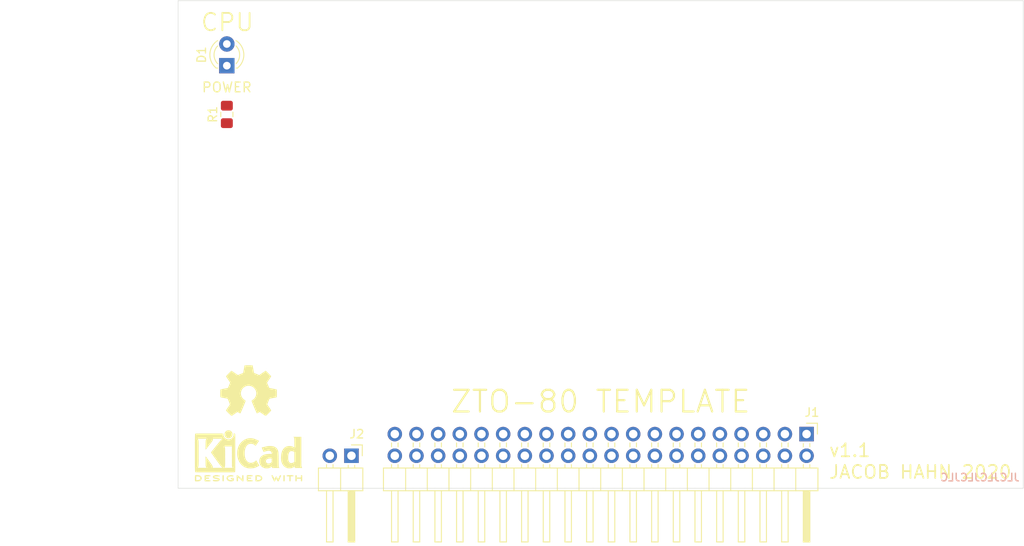
<source format=kicad_pcb>
(kicad_pcb (version 20171130) (host pcbnew "(5.1.5)-3")

  (general
    (thickness 1.6)
    (drawings 66)
    (tracks 0)
    (zones 0)
    (modules 6)
    (nets 44)
  )

  (page A4)
  (layers
    (0 F.Cu signal)
    (31 B.Cu signal)
    (32 B.Adhes user)
    (33 F.Adhes user)
    (34 B.Paste user)
    (35 F.Paste user)
    (36 B.SilkS user)
    (37 F.SilkS user)
    (38 B.Mask user)
    (39 F.Mask user)
    (40 Dwgs.User user)
    (41 Cmts.User user)
    (42 Eco1.User user)
    (43 Eco2.User user)
    (44 Edge.Cuts user)
    (45 Margin user)
    (46 B.CrtYd user)
    (47 F.CrtYd user hide)
    (48 B.Fab user)
    (49 F.Fab user hide)
  )

  (setup
    (last_trace_width 0.254)
    (trace_clearance 0.254)
    (zone_clearance 0.508)
    (zone_45_only no)
    (trace_min 0.2)
    (via_size 0.6096)
    (via_drill 0.3048)
    (via_min_size 0.4)
    (via_min_drill 0.3)
    (uvia_size 0.3)
    (uvia_drill 0.1)
    (uvias_allowed no)
    (uvia_min_size 0.2)
    (uvia_min_drill 0.1)
    (edge_width 0.05)
    (segment_width 0.2)
    (pcb_text_width 0.3)
    (pcb_text_size 1.5 1.5)
    (mod_edge_width 0.12)
    (mod_text_size 1 1)
    (mod_text_width 0.15)
    (pad_size 1.524 1.524)
    (pad_drill 0.762)
    (pad_to_mask_clearance 0.051)
    (solder_mask_min_width 0.25)
    (aux_axis_origin 0 0)
    (visible_elements 7FFFF7FF)
    (pcbplotparams
      (layerselection 0x010fc_ffffffff)
      (usegerberextensions false)
      (usegerberattributes false)
      (usegerberadvancedattributes false)
      (creategerberjobfile false)
      (excludeedgelayer true)
      (linewidth 0.100000)
      (plotframeref false)
      (viasonmask false)
      (mode 1)
      (useauxorigin false)
      (hpglpennumber 1)
      (hpglpenspeed 20)
      (hpglpendiameter 15.000000)
      (psnegative false)
      (psa4output false)
      (plotreference true)
      (plotvalue true)
      (plotinvisibletext false)
      (padsonsilk false)
      (subtractmaskfromsilk false)
      (outputformat 1)
      (mirror false)
      (drillshape 1)
      (scaleselection 1)
      (outputdirectory ""))
  )

  (net 0 "")
  (net 1 VCC)
  (net 2 "Net-(D1-Pad1)")
  (net 3 /USR4)
  (net 4 /USR3)
  (net 5 /USR2)
  (net 6 /USR1)
  (net 7 /RXB)
  (net 8 /TXB)
  (net 9 /RD)
  (net 10 /IORQ)
  (net 11 /WR)
  (net 12 /MREQ)
  (net 13 /INT)
  (net 14 /RST)
  (net 15 /M1)
  (net 16 /CLK)
  (net 17 /D0)
  (net 18 /D1)
  (net 19 /D2)
  (net 20 /D3)
  (net 21 /D4)
  (net 22 /D5)
  (net 23 /D6)
  (net 24 /D7)
  (net 25 GND)
  (net 26 /A0)
  (net 27 /A1)
  (net 28 /A2)
  (net 29 /A3)
  (net 30 /A4)
  (net 31 /A5)
  (net 32 /A6)
  (net 33 /A7)
  (net 34 /A8)
  (net 35 /A9)
  (net 36 /A10)
  (net 37 /A11)
  (net 38 /A12)
  (net 39 /A13)
  (net 40 /A14)
  (net 41 /A15)
  (net 42 /IEO)
  (net 43 /IEI)

  (net_class Default "This is the default net class."
    (clearance 0.254)
    (trace_width 0.254)
    (via_dia 0.6096)
    (via_drill 0.3048)
    (uvia_dia 0.3)
    (uvia_drill 0.1)
    (add_net /A0)
    (add_net /A1)
    (add_net /A10)
    (add_net /A11)
    (add_net /A12)
    (add_net /A13)
    (add_net /A14)
    (add_net /A15)
    (add_net /A2)
    (add_net /A3)
    (add_net /A4)
    (add_net /A5)
    (add_net /A6)
    (add_net /A7)
    (add_net /A8)
    (add_net /A9)
    (add_net /CLK)
    (add_net /D0)
    (add_net /D1)
    (add_net /D2)
    (add_net /D3)
    (add_net /D4)
    (add_net /D5)
    (add_net /D6)
    (add_net /D7)
    (add_net /IEI)
    (add_net /IEO)
    (add_net /INT)
    (add_net /IORQ)
    (add_net /M1)
    (add_net /MREQ)
    (add_net /RD)
    (add_net /RST)
    (add_net /RXB)
    (add_net /TXB)
    (add_net /USR1)
    (add_net /USR2)
    (add_net /USR3)
    (add_net /USR4)
    (add_net /WR)
    (add_net "Net-(D1-Pad1)")
  )

  (net_class Power ""
    (clearance 0.254)
    (trace_width 0.762)
    (via_dia 0.8128)
    (via_drill 0.4064)
    (uvia_dia 0.3)
    (uvia_drill 0.1)
    (add_net GND)
    (add_net VCC)
  )

  (module Connector_PinHeader_2.54mm:PinHeader_2x20_P2.54mm_Horizontal (layer F.Cu) (tedit 59FED5CB) (tstamp 5F39C881)
    (at 169.545 113.665 270)
    (descr "Through hole angled pin header, 2x20, 2.54mm pitch, 6mm pin length, double rows")
    (tags "Through hole angled pin header THT 2x20 2.54mm double row")
    (path /5F3B76C7)
    (fp_text reference J1 (at -2.54 -0.635 180) (layer F.SilkS)
      (effects (font (size 1 1) (thickness 0.15)))
    )
    (fp_text value "ZTO-80 Bus" (at 5.655 50.53 90) (layer F.Fab)
      (effects (font (size 1 1) (thickness 0.15)))
    )
    (fp_text user %R (at 5.31 24.13) (layer F.Fab)
      (effects (font (size 1 1) (thickness 0.15)))
    )
    (fp_line (start 13.1 -1.8) (end -1.8 -1.8) (layer F.CrtYd) (width 0.05))
    (fp_line (start 13.1 50.05) (end 13.1 -1.8) (layer F.CrtYd) (width 0.05))
    (fp_line (start -1.8 50.05) (end 13.1 50.05) (layer F.CrtYd) (width 0.05))
    (fp_line (start -1.8 -1.8) (end -1.8 50.05) (layer F.CrtYd) (width 0.05))
    (fp_line (start -1.27 -1.27) (end 0 -1.27) (layer F.SilkS) (width 0.12))
    (fp_line (start -1.27 0) (end -1.27 -1.27) (layer F.SilkS) (width 0.12))
    (fp_line (start 1.042929 48.64) (end 1.497071 48.64) (layer F.SilkS) (width 0.12))
    (fp_line (start 1.042929 47.88) (end 1.497071 47.88) (layer F.SilkS) (width 0.12))
    (fp_line (start 3.582929 48.64) (end 3.98 48.64) (layer F.SilkS) (width 0.12))
    (fp_line (start 3.582929 47.88) (end 3.98 47.88) (layer F.SilkS) (width 0.12))
    (fp_line (start 12.64 48.64) (end 6.64 48.64) (layer F.SilkS) (width 0.12))
    (fp_line (start 12.64 47.88) (end 12.64 48.64) (layer F.SilkS) (width 0.12))
    (fp_line (start 6.64 47.88) (end 12.64 47.88) (layer F.SilkS) (width 0.12))
    (fp_line (start 3.98 46.99) (end 6.64 46.99) (layer F.SilkS) (width 0.12))
    (fp_line (start 1.042929 46.1) (end 1.497071 46.1) (layer F.SilkS) (width 0.12))
    (fp_line (start 1.042929 45.34) (end 1.497071 45.34) (layer F.SilkS) (width 0.12))
    (fp_line (start 3.582929 46.1) (end 3.98 46.1) (layer F.SilkS) (width 0.12))
    (fp_line (start 3.582929 45.34) (end 3.98 45.34) (layer F.SilkS) (width 0.12))
    (fp_line (start 12.64 46.1) (end 6.64 46.1) (layer F.SilkS) (width 0.12))
    (fp_line (start 12.64 45.34) (end 12.64 46.1) (layer F.SilkS) (width 0.12))
    (fp_line (start 6.64 45.34) (end 12.64 45.34) (layer F.SilkS) (width 0.12))
    (fp_line (start 3.98 44.45) (end 6.64 44.45) (layer F.SilkS) (width 0.12))
    (fp_line (start 1.042929 43.56) (end 1.497071 43.56) (layer F.SilkS) (width 0.12))
    (fp_line (start 1.042929 42.8) (end 1.497071 42.8) (layer F.SilkS) (width 0.12))
    (fp_line (start 3.582929 43.56) (end 3.98 43.56) (layer F.SilkS) (width 0.12))
    (fp_line (start 3.582929 42.8) (end 3.98 42.8) (layer F.SilkS) (width 0.12))
    (fp_line (start 12.64 43.56) (end 6.64 43.56) (layer F.SilkS) (width 0.12))
    (fp_line (start 12.64 42.8) (end 12.64 43.56) (layer F.SilkS) (width 0.12))
    (fp_line (start 6.64 42.8) (end 12.64 42.8) (layer F.SilkS) (width 0.12))
    (fp_line (start 3.98 41.91) (end 6.64 41.91) (layer F.SilkS) (width 0.12))
    (fp_line (start 1.042929 41.02) (end 1.497071 41.02) (layer F.SilkS) (width 0.12))
    (fp_line (start 1.042929 40.26) (end 1.497071 40.26) (layer F.SilkS) (width 0.12))
    (fp_line (start 3.582929 41.02) (end 3.98 41.02) (layer F.SilkS) (width 0.12))
    (fp_line (start 3.582929 40.26) (end 3.98 40.26) (layer F.SilkS) (width 0.12))
    (fp_line (start 12.64 41.02) (end 6.64 41.02) (layer F.SilkS) (width 0.12))
    (fp_line (start 12.64 40.26) (end 12.64 41.02) (layer F.SilkS) (width 0.12))
    (fp_line (start 6.64 40.26) (end 12.64 40.26) (layer F.SilkS) (width 0.12))
    (fp_line (start 3.98 39.37) (end 6.64 39.37) (layer F.SilkS) (width 0.12))
    (fp_line (start 1.042929 38.48) (end 1.497071 38.48) (layer F.SilkS) (width 0.12))
    (fp_line (start 1.042929 37.72) (end 1.497071 37.72) (layer F.SilkS) (width 0.12))
    (fp_line (start 3.582929 38.48) (end 3.98 38.48) (layer F.SilkS) (width 0.12))
    (fp_line (start 3.582929 37.72) (end 3.98 37.72) (layer F.SilkS) (width 0.12))
    (fp_line (start 12.64 38.48) (end 6.64 38.48) (layer F.SilkS) (width 0.12))
    (fp_line (start 12.64 37.72) (end 12.64 38.48) (layer F.SilkS) (width 0.12))
    (fp_line (start 6.64 37.72) (end 12.64 37.72) (layer F.SilkS) (width 0.12))
    (fp_line (start 3.98 36.83) (end 6.64 36.83) (layer F.SilkS) (width 0.12))
    (fp_line (start 1.042929 35.94) (end 1.497071 35.94) (layer F.SilkS) (width 0.12))
    (fp_line (start 1.042929 35.18) (end 1.497071 35.18) (layer F.SilkS) (width 0.12))
    (fp_line (start 3.582929 35.94) (end 3.98 35.94) (layer F.SilkS) (width 0.12))
    (fp_line (start 3.582929 35.18) (end 3.98 35.18) (layer F.SilkS) (width 0.12))
    (fp_line (start 12.64 35.94) (end 6.64 35.94) (layer F.SilkS) (width 0.12))
    (fp_line (start 12.64 35.18) (end 12.64 35.94) (layer F.SilkS) (width 0.12))
    (fp_line (start 6.64 35.18) (end 12.64 35.18) (layer F.SilkS) (width 0.12))
    (fp_line (start 3.98 34.29) (end 6.64 34.29) (layer F.SilkS) (width 0.12))
    (fp_line (start 1.042929 33.4) (end 1.497071 33.4) (layer F.SilkS) (width 0.12))
    (fp_line (start 1.042929 32.64) (end 1.497071 32.64) (layer F.SilkS) (width 0.12))
    (fp_line (start 3.582929 33.4) (end 3.98 33.4) (layer F.SilkS) (width 0.12))
    (fp_line (start 3.582929 32.64) (end 3.98 32.64) (layer F.SilkS) (width 0.12))
    (fp_line (start 12.64 33.4) (end 6.64 33.4) (layer F.SilkS) (width 0.12))
    (fp_line (start 12.64 32.64) (end 12.64 33.4) (layer F.SilkS) (width 0.12))
    (fp_line (start 6.64 32.64) (end 12.64 32.64) (layer F.SilkS) (width 0.12))
    (fp_line (start 3.98 31.75) (end 6.64 31.75) (layer F.SilkS) (width 0.12))
    (fp_line (start 1.042929 30.86) (end 1.497071 30.86) (layer F.SilkS) (width 0.12))
    (fp_line (start 1.042929 30.1) (end 1.497071 30.1) (layer F.SilkS) (width 0.12))
    (fp_line (start 3.582929 30.86) (end 3.98 30.86) (layer F.SilkS) (width 0.12))
    (fp_line (start 3.582929 30.1) (end 3.98 30.1) (layer F.SilkS) (width 0.12))
    (fp_line (start 12.64 30.86) (end 6.64 30.86) (layer F.SilkS) (width 0.12))
    (fp_line (start 12.64 30.1) (end 12.64 30.86) (layer F.SilkS) (width 0.12))
    (fp_line (start 6.64 30.1) (end 12.64 30.1) (layer F.SilkS) (width 0.12))
    (fp_line (start 3.98 29.21) (end 6.64 29.21) (layer F.SilkS) (width 0.12))
    (fp_line (start 1.042929 28.32) (end 1.497071 28.32) (layer F.SilkS) (width 0.12))
    (fp_line (start 1.042929 27.56) (end 1.497071 27.56) (layer F.SilkS) (width 0.12))
    (fp_line (start 3.582929 28.32) (end 3.98 28.32) (layer F.SilkS) (width 0.12))
    (fp_line (start 3.582929 27.56) (end 3.98 27.56) (layer F.SilkS) (width 0.12))
    (fp_line (start 12.64 28.32) (end 6.64 28.32) (layer F.SilkS) (width 0.12))
    (fp_line (start 12.64 27.56) (end 12.64 28.32) (layer F.SilkS) (width 0.12))
    (fp_line (start 6.64 27.56) (end 12.64 27.56) (layer F.SilkS) (width 0.12))
    (fp_line (start 3.98 26.67) (end 6.64 26.67) (layer F.SilkS) (width 0.12))
    (fp_line (start 1.042929 25.78) (end 1.497071 25.78) (layer F.SilkS) (width 0.12))
    (fp_line (start 1.042929 25.02) (end 1.497071 25.02) (layer F.SilkS) (width 0.12))
    (fp_line (start 3.582929 25.78) (end 3.98 25.78) (layer F.SilkS) (width 0.12))
    (fp_line (start 3.582929 25.02) (end 3.98 25.02) (layer F.SilkS) (width 0.12))
    (fp_line (start 12.64 25.78) (end 6.64 25.78) (layer F.SilkS) (width 0.12))
    (fp_line (start 12.64 25.02) (end 12.64 25.78) (layer F.SilkS) (width 0.12))
    (fp_line (start 6.64 25.02) (end 12.64 25.02) (layer F.SilkS) (width 0.12))
    (fp_line (start 3.98 24.13) (end 6.64 24.13) (layer F.SilkS) (width 0.12))
    (fp_line (start 1.042929 23.24) (end 1.497071 23.24) (layer F.SilkS) (width 0.12))
    (fp_line (start 1.042929 22.48) (end 1.497071 22.48) (layer F.SilkS) (width 0.12))
    (fp_line (start 3.582929 23.24) (end 3.98 23.24) (layer F.SilkS) (width 0.12))
    (fp_line (start 3.582929 22.48) (end 3.98 22.48) (layer F.SilkS) (width 0.12))
    (fp_line (start 12.64 23.24) (end 6.64 23.24) (layer F.SilkS) (width 0.12))
    (fp_line (start 12.64 22.48) (end 12.64 23.24) (layer F.SilkS) (width 0.12))
    (fp_line (start 6.64 22.48) (end 12.64 22.48) (layer F.SilkS) (width 0.12))
    (fp_line (start 3.98 21.59) (end 6.64 21.59) (layer F.SilkS) (width 0.12))
    (fp_line (start 1.042929 20.7) (end 1.497071 20.7) (layer F.SilkS) (width 0.12))
    (fp_line (start 1.042929 19.94) (end 1.497071 19.94) (layer F.SilkS) (width 0.12))
    (fp_line (start 3.582929 20.7) (end 3.98 20.7) (layer F.SilkS) (width 0.12))
    (fp_line (start 3.582929 19.94) (end 3.98 19.94) (layer F.SilkS) (width 0.12))
    (fp_line (start 12.64 20.7) (end 6.64 20.7) (layer F.SilkS) (width 0.12))
    (fp_line (start 12.64 19.94) (end 12.64 20.7) (layer F.SilkS) (width 0.12))
    (fp_line (start 6.64 19.94) (end 12.64 19.94) (layer F.SilkS) (width 0.12))
    (fp_line (start 3.98 19.05) (end 6.64 19.05) (layer F.SilkS) (width 0.12))
    (fp_line (start 1.042929 18.16) (end 1.497071 18.16) (layer F.SilkS) (width 0.12))
    (fp_line (start 1.042929 17.4) (end 1.497071 17.4) (layer F.SilkS) (width 0.12))
    (fp_line (start 3.582929 18.16) (end 3.98 18.16) (layer F.SilkS) (width 0.12))
    (fp_line (start 3.582929 17.4) (end 3.98 17.4) (layer F.SilkS) (width 0.12))
    (fp_line (start 12.64 18.16) (end 6.64 18.16) (layer F.SilkS) (width 0.12))
    (fp_line (start 12.64 17.4) (end 12.64 18.16) (layer F.SilkS) (width 0.12))
    (fp_line (start 6.64 17.4) (end 12.64 17.4) (layer F.SilkS) (width 0.12))
    (fp_line (start 3.98 16.51) (end 6.64 16.51) (layer F.SilkS) (width 0.12))
    (fp_line (start 1.042929 15.62) (end 1.497071 15.62) (layer F.SilkS) (width 0.12))
    (fp_line (start 1.042929 14.86) (end 1.497071 14.86) (layer F.SilkS) (width 0.12))
    (fp_line (start 3.582929 15.62) (end 3.98 15.62) (layer F.SilkS) (width 0.12))
    (fp_line (start 3.582929 14.86) (end 3.98 14.86) (layer F.SilkS) (width 0.12))
    (fp_line (start 12.64 15.62) (end 6.64 15.62) (layer F.SilkS) (width 0.12))
    (fp_line (start 12.64 14.86) (end 12.64 15.62) (layer F.SilkS) (width 0.12))
    (fp_line (start 6.64 14.86) (end 12.64 14.86) (layer F.SilkS) (width 0.12))
    (fp_line (start 3.98 13.97) (end 6.64 13.97) (layer F.SilkS) (width 0.12))
    (fp_line (start 1.042929 13.08) (end 1.497071 13.08) (layer F.SilkS) (width 0.12))
    (fp_line (start 1.042929 12.32) (end 1.497071 12.32) (layer F.SilkS) (width 0.12))
    (fp_line (start 3.582929 13.08) (end 3.98 13.08) (layer F.SilkS) (width 0.12))
    (fp_line (start 3.582929 12.32) (end 3.98 12.32) (layer F.SilkS) (width 0.12))
    (fp_line (start 12.64 13.08) (end 6.64 13.08) (layer F.SilkS) (width 0.12))
    (fp_line (start 12.64 12.32) (end 12.64 13.08) (layer F.SilkS) (width 0.12))
    (fp_line (start 6.64 12.32) (end 12.64 12.32) (layer F.SilkS) (width 0.12))
    (fp_line (start 3.98 11.43) (end 6.64 11.43) (layer F.SilkS) (width 0.12))
    (fp_line (start 1.042929 10.54) (end 1.497071 10.54) (layer F.SilkS) (width 0.12))
    (fp_line (start 1.042929 9.78) (end 1.497071 9.78) (layer F.SilkS) (width 0.12))
    (fp_line (start 3.582929 10.54) (end 3.98 10.54) (layer F.SilkS) (width 0.12))
    (fp_line (start 3.582929 9.78) (end 3.98 9.78) (layer F.SilkS) (width 0.12))
    (fp_line (start 12.64 10.54) (end 6.64 10.54) (layer F.SilkS) (width 0.12))
    (fp_line (start 12.64 9.78) (end 12.64 10.54) (layer F.SilkS) (width 0.12))
    (fp_line (start 6.64 9.78) (end 12.64 9.78) (layer F.SilkS) (width 0.12))
    (fp_line (start 3.98 8.89) (end 6.64 8.89) (layer F.SilkS) (width 0.12))
    (fp_line (start 1.042929 8) (end 1.497071 8) (layer F.SilkS) (width 0.12))
    (fp_line (start 1.042929 7.24) (end 1.497071 7.24) (layer F.SilkS) (width 0.12))
    (fp_line (start 3.582929 8) (end 3.98 8) (layer F.SilkS) (width 0.12))
    (fp_line (start 3.582929 7.24) (end 3.98 7.24) (layer F.SilkS) (width 0.12))
    (fp_line (start 12.64 8) (end 6.64 8) (layer F.SilkS) (width 0.12))
    (fp_line (start 12.64 7.24) (end 12.64 8) (layer F.SilkS) (width 0.12))
    (fp_line (start 6.64 7.24) (end 12.64 7.24) (layer F.SilkS) (width 0.12))
    (fp_line (start 3.98 6.35) (end 6.64 6.35) (layer F.SilkS) (width 0.12))
    (fp_line (start 1.042929 5.46) (end 1.497071 5.46) (layer F.SilkS) (width 0.12))
    (fp_line (start 1.042929 4.7) (end 1.497071 4.7) (layer F.SilkS) (width 0.12))
    (fp_line (start 3.582929 5.46) (end 3.98 5.46) (layer F.SilkS) (width 0.12))
    (fp_line (start 3.582929 4.7) (end 3.98 4.7) (layer F.SilkS) (width 0.12))
    (fp_line (start 12.64 5.46) (end 6.64 5.46) (layer F.SilkS) (width 0.12))
    (fp_line (start 12.64 4.7) (end 12.64 5.46) (layer F.SilkS) (width 0.12))
    (fp_line (start 6.64 4.7) (end 12.64 4.7) (layer F.SilkS) (width 0.12))
    (fp_line (start 3.98 3.81) (end 6.64 3.81) (layer F.SilkS) (width 0.12))
    (fp_line (start 1.042929 2.92) (end 1.497071 2.92) (layer F.SilkS) (width 0.12))
    (fp_line (start 1.042929 2.16) (end 1.497071 2.16) (layer F.SilkS) (width 0.12))
    (fp_line (start 3.582929 2.92) (end 3.98 2.92) (layer F.SilkS) (width 0.12))
    (fp_line (start 3.582929 2.16) (end 3.98 2.16) (layer F.SilkS) (width 0.12))
    (fp_line (start 12.64 2.92) (end 6.64 2.92) (layer F.SilkS) (width 0.12))
    (fp_line (start 12.64 2.16) (end 12.64 2.92) (layer F.SilkS) (width 0.12))
    (fp_line (start 6.64 2.16) (end 12.64 2.16) (layer F.SilkS) (width 0.12))
    (fp_line (start 3.98 1.27) (end 6.64 1.27) (layer F.SilkS) (width 0.12))
    (fp_line (start 1.11 0.38) (end 1.497071 0.38) (layer F.SilkS) (width 0.12))
    (fp_line (start 1.11 -0.38) (end 1.497071 -0.38) (layer F.SilkS) (width 0.12))
    (fp_line (start 3.582929 0.38) (end 3.98 0.38) (layer F.SilkS) (width 0.12))
    (fp_line (start 3.582929 -0.38) (end 3.98 -0.38) (layer F.SilkS) (width 0.12))
    (fp_line (start 6.64 0.28) (end 12.64 0.28) (layer F.SilkS) (width 0.12))
    (fp_line (start 6.64 0.16) (end 12.64 0.16) (layer F.SilkS) (width 0.12))
    (fp_line (start 6.64 0.04) (end 12.64 0.04) (layer F.SilkS) (width 0.12))
    (fp_line (start 6.64 -0.08) (end 12.64 -0.08) (layer F.SilkS) (width 0.12))
    (fp_line (start 6.64 -0.2) (end 12.64 -0.2) (layer F.SilkS) (width 0.12))
    (fp_line (start 6.64 -0.32) (end 12.64 -0.32) (layer F.SilkS) (width 0.12))
    (fp_line (start 12.64 0.38) (end 6.64 0.38) (layer F.SilkS) (width 0.12))
    (fp_line (start 12.64 -0.38) (end 12.64 0.38) (layer F.SilkS) (width 0.12))
    (fp_line (start 6.64 -0.38) (end 12.64 -0.38) (layer F.SilkS) (width 0.12))
    (fp_line (start 6.64 -1.33) (end 3.98 -1.33) (layer F.SilkS) (width 0.12))
    (fp_line (start 6.64 49.59) (end 6.64 -1.33) (layer F.SilkS) (width 0.12))
    (fp_line (start 3.98 49.59) (end 6.64 49.59) (layer F.SilkS) (width 0.12))
    (fp_line (start 3.98 -1.33) (end 3.98 49.59) (layer F.SilkS) (width 0.12))
    (fp_line (start 6.58 48.58) (end 12.58 48.58) (layer F.Fab) (width 0.1))
    (fp_line (start 12.58 47.94) (end 12.58 48.58) (layer F.Fab) (width 0.1))
    (fp_line (start 6.58 47.94) (end 12.58 47.94) (layer F.Fab) (width 0.1))
    (fp_line (start -0.32 48.58) (end 4.04 48.58) (layer F.Fab) (width 0.1))
    (fp_line (start -0.32 47.94) (end -0.32 48.58) (layer F.Fab) (width 0.1))
    (fp_line (start -0.32 47.94) (end 4.04 47.94) (layer F.Fab) (width 0.1))
    (fp_line (start 6.58 46.04) (end 12.58 46.04) (layer F.Fab) (width 0.1))
    (fp_line (start 12.58 45.4) (end 12.58 46.04) (layer F.Fab) (width 0.1))
    (fp_line (start 6.58 45.4) (end 12.58 45.4) (layer F.Fab) (width 0.1))
    (fp_line (start -0.32 46.04) (end 4.04 46.04) (layer F.Fab) (width 0.1))
    (fp_line (start -0.32 45.4) (end -0.32 46.04) (layer F.Fab) (width 0.1))
    (fp_line (start -0.32 45.4) (end 4.04 45.4) (layer F.Fab) (width 0.1))
    (fp_line (start 6.58 43.5) (end 12.58 43.5) (layer F.Fab) (width 0.1))
    (fp_line (start 12.58 42.86) (end 12.58 43.5) (layer F.Fab) (width 0.1))
    (fp_line (start 6.58 42.86) (end 12.58 42.86) (layer F.Fab) (width 0.1))
    (fp_line (start -0.32 43.5) (end 4.04 43.5) (layer F.Fab) (width 0.1))
    (fp_line (start -0.32 42.86) (end -0.32 43.5) (layer F.Fab) (width 0.1))
    (fp_line (start -0.32 42.86) (end 4.04 42.86) (layer F.Fab) (width 0.1))
    (fp_line (start 6.58 40.96) (end 12.58 40.96) (layer F.Fab) (width 0.1))
    (fp_line (start 12.58 40.32) (end 12.58 40.96) (layer F.Fab) (width 0.1))
    (fp_line (start 6.58 40.32) (end 12.58 40.32) (layer F.Fab) (width 0.1))
    (fp_line (start -0.32 40.96) (end 4.04 40.96) (layer F.Fab) (width 0.1))
    (fp_line (start -0.32 40.32) (end -0.32 40.96) (layer F.Fab) (width 0.1))
    (fp_line (start -0.32 40.32) (end 4.04 40.32) (layer F.Fab) (width 0.1))
    (fp_line (start 6.58 38.42) (end 12.58 38.42) (layer F.Fab) (width 0.1))
    (fp_line (start 12.58 37.78) (end 12.58 38.42) (layer F.Fab) (width 0.1))
    (fp_line (start 6.58 37.78) (end 12.58 37.78) (layer F.Fab) (width 0.1))
    (fp_line (start -0.32 38.42) (end 4.04 38.42) (layer F.Fab) (width 0.1))
    (fp_line (start -0.32 37.78) (end -0.32 38.42) (layer F.Fab) (width 0.1))
    (fp_line (start -0.32 37.78) (end 4.04 37.78) (layer F.Fab) (width 0.1))
    (fp_line (start 6.58 35.88) (end 12.58 35.88) (layer F.Fab) (width 0.1))
    (fp_line (start 12.58 35.24) (end 12.58 35.88) (layer F.Fab) (width 0.1))
    (fp_line (start 6.58 35.24) (end 12.58 35.24) (layer F.Fab) (width 0.1))
    (fp_line (start -0.32 35.88) (end 4.04 35.88) (layer F.Fab) (width 0.1))
    (fp_line (start -0.32 35.24) (end -0.32 35.88) (layer F.Fab) (width 0.1))
    (fp_line (start -0.32 35.24) (end 4.04 35.24) (layer F.Fab) (width 0.1))
    (fp_line (start 6.58 33.34) (end 12.58 33.34) (layer F.Fab) (width 0.1))
    (fp_line (start 12.58 32.7) (end 12.58 33.34) (layer F.Fab) (width 0.1))
    (fp_line (start 6.58 32.7) (end 12.58 32.7) (layer F.Fab) (width 0.1))
    (fp_line (start -0.32 33.34) (end 4.04 33.34) (layer F.Fab) (width 0.1))
    (fp_line (start -0.32 32.7) (end -0.32 33.34) (layer F.Fab) (width 0.1))
    (fp_line (start -0.32 32.7) (end 4.04 32.7) (layer F.Fab) (width 0.1))
    (fp_line (start 6.58 30.8) (end 12.58 30.8) (layer F.Fab) (width 0.1))
    (fp_line (start 12.58 30.16) (end 12.58 30.8) (layer F.Fab) (width 0.1))
    (fp_line (start 6.58 30.16) (end 12.58 30.16) (layer F.Fab) (width 0.1))
    (fp_line (start -0.32 30.8) (end 4.04 30.8) (layer F.Fab) (width 0.1))
    (fp_line (start -0.32 30.16) (end -0.32 30.8) (layer F.Fab) (width 0.1))
    (fp_line (start -0.32 30.16) (end 4.04 30.16) (layer F.Fab) (width 0.1))
    (fp_line (start 6.58 28.26) (end 12.58 28.26) (layer F.Fab) (width 0.1))
    (fp_line (start 12.58 27.62) (end 12.58 28.26) (layer F.Fab) (width 0.1))
    (fp_line (start 6.58 27.62) (end 12.58 27.62) (layer F.Fab) (width 0.1))
    (fp_line (start -0.32 28.26) (end 4.04 28.26) (layer F.Fab) (width 0.1))
    (fp_line (start -0.32 27.62) (end -0.32 28.26) (layer F.Fab) (width 0.1))
    (fp_line (start -0.32 27.62) (end 4.04 27.62) (layer F.Fab) (width 0.1))
    (fp_line (start 6.58 25.72) (end 12.58 25.72) (layer F.Fab) (width 0.1))
    (fp_line (start 12.58 25.08) (end 12.58 25.72) (layer F.Fab) (width 0.1))
    (fp_line (start 6.58 25.08) (end 12.58 25.08) (layer F.Fab) (width 0.1))
    (fp_line (start -0.32 25.72) (end 4.04 25.72) (layer F.Fab) (width 0.1))
    (fp_line (start -0.32 25.08) (end -0.32 25.72) (layer F.Fab) (width 0.1))
    (fp_line (start -0.32 25.08) (end 4.04 25.08) (layer F.Fab) (width 0.1))
    (fp_line (start 6.58 23.18) (end 12.58 23.18) (layer F.Fab) (width 0.1))
    (fp_line (start 12.58 22.54) (end 12.58 23.18) (layer F.Fab) (width 0.1))
    (fp_line (start 6.58 22.54) (end 12.58 22.54) (layer F.Fab) (width 0.1))
    (fp_line (start -0.32 23.18) (end 4.04 23.18) (layer F.Fab) (width 0.1))
    (fp_line (start -0.32 22.54) (end -0.32 23.18) (layer F.Fab) (width 0.1))
    (fp_line (start -0.32 22.54) (end 4.04 22.54) (layer F.Fab) (width 0.1))
    (fp_line (start 6.58 20.64) (end 12.58 20.64) (layer F.Fab) (width 0.1))
    (fp_line (start 12.58 20) (end 12.58 20.64) (layer F.Fab) (width 0.1))
    (fp_line (start 6.58 20) (end 12.58 20) (layer F.Fab) (width 0.1))
    (fp_line (start -0.32 20.64) (end 4.04 20.64) (layer F.Fab) (width 0.1))
    (fp_line (start -0.32 20) (end -0.32 20.64) (layer F.Fab) (width 0.1))
    (fp_line (start -0.32 20) (end 4.04 20) (layer F.Fab) (width 0.1))
    (fp_line (start 6.58 18.1) (end 12.58 18.1) (layer F.Fab) (width 0.1))
    (fp_line (start 12.58 17.46) (end 12.58 18.1) (layer F.Fab) (width 0.1))
    (fp_line (start 6.58 17.46) (end 12.58 17.46) (layer F.Fab) (width 0.1))
    (fp_line (start -0.32 18.1) (end 4.04 18.1) (layer F.Fab) (width 0.1))
    (fp_line (start -0.32 17.46) (end -0.32 18.1) (layer F.Fab) (width 0.1))
    (fp_line (start -0.32 17.46) (end 4.04 17.46) (layer F.Fab) (width 0.1))
    (fp_line (start 6.58 15.56) (end 12.58 15.56) (layer F.Fab) (width 0.1))
    (fp_line (start 12.58 14.92) (end 12.58 15.56) (layer F.Fab) (width 0.1))
    (fp_line (start 6.58 14.92) (end 12.58 14.92) (layer F.Fab) (width 0.1))
    (fp_line (start -0.32 15.56) (end 4.04 15.56) (layer F.Fab) (width 0.1))
    (fp_line (start -0.32 14.92) (end -0.32 15.56) (layer F.Fab) (width 0.1))
    (fp_line (start -0.32 14.92) (end 4.04 14.92) (layer F.Fab) (width 0.1))
    (fp_line (start 6.58 13.02) (end 12.58 13.02) (layer F.Fab) (width 0.1))
    (fp_line (start 12.58 12.38) (end 12.58 13.02) (layer F.Fab) (width 0.1))
    (fp_line (start 6.58 12.38) (end 12.58 12.38) (layer F.Fab) (width 0.1))
    (fp_line (start -0.32 13.02) (end 4.04 13.02) (layer F.Fab) (width 0.1))
    (fp_line (start -0.32 12.38) (end -0.32 13.02) (layer F.Fab) (width 0.1))
    (fp_line (start -0.32 12.38) (end 4.04 12.38) (layer F.Fab) (width 0.1))
    (fp_line (start 6.58 10.48) (end 12.58 10.48) (layer F.Fab) (width 0.1))
    (fp_line (start 12.58 9.84) (end 12.58 10.48) (layer F.Fab) (width 0.1))
    (fp_line (start 6.58 9.84) (end 12.58 9.84) (layer F.Fab) (width 0.1))
    (fp_line (start -0.32 10.48) (end 4.04 10.48) (layer F.Fab) (width 0.1))
    (fp_line (start -0.32 9.84) (end -0.32 10.48) (layer F.Fab) (width 0.1))
    (fp_line (start -0.32 9.84) (end 4.04 9.84) (layer F.Fab) (width 0.1))
    (fp_line (start 6.58 7.94) (end 12.58 7.94) (layer F.Fab) (width 0.1))
    (fp_line (start 12.58 7.3) (end 12.58 7.94) (layer F.Fab) (width 0.1))
    (fp_line (start 6.58 7.3) (end 12.58 7.3) (layer F.Fab) (width 0.1))
    (fp_line (start -0.32 7.94) (end 4.04 7.94) (layer F.Fab) (width 0.1))
    (fp_line (start -0.32 7.3) (end -0.32 7.94) (layer F.Fab) (width 0.1))
    (fp_line (start -0.32 7.3) (end 4.04 7.3) (layer F.Fab) (width 0.1))
    (fp_line (start 6.58 5.4) (end 12.58 5.4) (layer F.Fab) (width 0.1))
    (fp_line (start 12.58 4.76) (end 12.58 5.4) (layer F.Fab) (width 0.1))
    (fp_line (start 6.58 4.76) (end 12.58 4.76) (layer F.Fab) (width 0.1))
    (fp_line (start -0.32 5.4) (end 4.04 5.4) (layer F.Fab) (width 0.1))
    (fp_line (start -0.32 4.76) (end -0.32 5.4) (layer F.Fab) (width 0.1))
    (fp_line (start -0.32 4.76) (end 4.04 4.76) (layer F.Fab) (width 0.1))
    (fp_line (start 6.58 2.86) (end 12.58 2.86) (layer F.Fab) (width 0.1))
    (fp_line (start 12.58 2.22) (end 12.58 2.86) (layer F.Fab) (width 0.1))
    (fp_line (start 6.58 2.22) (end 12.58 2.22) (layer F.Fab) (width 0.1))
    (fp_line (start -0.32 2.86) (end 4.04 2.86) (layer F.Fab) (width 0.1))
    (fp_line (start -0.32 2.22) (end -0.32 2.86) (layer F.Fab) (width 0.1))
    (fp_line (start -0.32 2.22) (end 4.04 2.22) (layer F.Fab) (width 0.1))
    (fp_line (start 6.58 0.32) (end 12.58 0.32) (layer F.Fab) (width 0.1))
    (fp_line (start 12.58 -0.32) (end 12.58 0.32) (layer F.Fab) (width 0.1))
    (fp_line (start 6.58 -0.32) (end 12.58 -0.32) (layer F.Fab) (width 0.1))
    (fp_line (start -0.32 0.32) (end 4.04 0.32) (layer F.Fab) (width 0.1))
    (fp_line (start -0.32 -0.32) (end -0.32 0.32) (layer F.Fab) (width 0.1))
    (fp_line (start -0.32 -0.32) (end 4.04 -0.32) (layer F.Fab) (width 0.1))
    (fp_line (start 4.04 -0.635) (end 4.675 -1.27) (layer F.Fab) (width 0.1))
    (fp_line (start 4.04 49.53) (end 4.04 -0.635) (layer F.Fab) (width 0.1))
    (fp_line (start 6.58 49.53) (end 4.04 49.53) (layer F.Fab) (width 0.1))
    (fp_line (start 6.58 -1.27) (end 6.58 49.53) (layer F.Fab) (width 0.1))
    (fp_line (start 4.675 -1.27) (end 6.58 -1.27) (layer F.Fab) (width 0.1))
    (pad 40 thru_hole oval (at 2.54 48.26 270) (size 1.7 1.7) (drill 1) (layers *.Cu *.Mask)
      (net 41 /A15))
    (pad 39 thru_hole oval (at 0 48.26 270) (size 1.7 1.7) (drill 1) (layers *.Cu *.Mask)
      (net 40 /A14))
    (pad 38 thru_hole oval (at 2.54 45.72 270) (size 1.7 1.7) (drill 1) (layers *.Cu *.Mask)
      (net 39 /A13))
    (pad 37 thru_hole oval (at 0 45.72 270) (size 1.7 1.7) (drill 1) (layers *.Cu *.Mask)
      (net 38 /A12))
    (pad 36 thru_hole oval (at 2.54 43.18 270) (size 1.7 1.7) (drill 1) (layers *.Cu *.Mask)
      (net 37 /A11))
    (pad 35 thru_hole oval (at 0 43.18 270) (size 1.7 1.7) (drill 1) (layers *.Cu *.Mask)
      (net 36 /A10))
    (pad 34 thru_hole oval (at 2.54 40.64 270) (size 1.7 1.7) (drill 1) (layers *.Cu *.Mask)
      (net 35 /A9))
    (pad 33 thru_hole oval (at 0 40.64 270) (size 1.7 1.7) (drill 1) (layers *.Cu *.Mask)
      (net 34 /A8))
    (pad 32 thru_hole oval (at 2.54 38.1 270) (size 1.7 1.7) (drill 1) (layers *.Cu *.Mask)
      (net 33 /A7))
    (pad 31 thru_hole oval (at 0 38.1 270) (size 1.7 1.7) (drill 1) (layers *.Cu *.Mask)
      (net 32 /A6))
    (pad 30 thru_hole oval (at 2.54 35.56 270) (size 1.7 1.7) (drill 1) (layers *.Cu *.Mask)
      (net 31 /A5))
    (pad 29 thru_hole oval (at 0 35.56 270) (size 1.7 1.7) (drill 1) (layers *.Cu *.Mask)
      (net 30 /A4))
    (pad 28 thru_hole oval (at 2.54 33.02 270) (size 1.7 1.7) (drill 1) (layers *.Cu *.Mask)
      (net 29 /A3))
    (pad 27 thru_hole oval (at 0 33.02 270) (size 1.7 1.7) (drill 1) (layers *.Cu *.Mask)
      (net 28 /A2))
    (pad 26 thru_hole oval (at 2.54 30.48 270) (size 1.7 1.7) (drill 1) (layers *.Cu *.Mask)
      (net 27 /A1))
    (pad 25 thru_hole oval (at 0 30.48 270) (size 1.7 1.7) (drill 1) (layers *.Cu *.Mask)
      (net 26 /A0))
    (pad 24 thru_hole oval (at 2.54 27.94 270) (size 1.7 1.7) (drill 1) (layers *.Cu *.Mask)
      (net 1 VCC))
    (pad 23 thru_hole oval (at 0 27.94 270) (size 1.7 1.7) (drill 1) (layers *.Cu *.Mask)
      (net 25 GND))
    (pad 22 thru_hole oval (at 2.54 25.4 270) (size 1.7 1.7) (drill 1) (layers *.Cu *.Mask)
      (net 24 /D7))
    (pad 21 thru_hole oval (at 0 25.4 270) (size 1.7 1.7) (drill 1) (layers *.Cu *.Mask)
      (net 23 /D6))
    (pad 20 thru_hole oval (at 2.54 22.86 270) (size 1.7 1.7) (drill 1) (layers *.Cu *.Mask)
      (net 22 /D5))
    (pad 19 thru_hole oval (at 0 22.86 270) (size 1.7 1.7) (drill 1) (layers *.Cu *.Mask)
      (net 21 /D4))
    (pad 18 thru_hole oval (at 2.54 20.32 270) (size 1.7 1.7) (drill 1) (layers *.Cu *.Mask)
      (net 20 /D3))
    (pad 17 thru_hole oval (at 0 20.32 270) (size 1.7 1.7) (drill 1) (layers *.Cu *.Mask)
      (net 19 /D2))
    (pad 16 thru_hole oval (at 2.54 17.78 270) (size 1.7 1.7) (drill 1) (layers *.Cu *.Mask)
      (net 18 /D1))
    (pad 15 thru_hole oval (at 0 17.78 270) (size 1.7 1.7) (drill 1) (layers *.Cu *.Mask)
      (net 17 /D0))
    (pad 14 thru_hole oval (at 2.54 15.24 270) (size 1.7 1.7) (drill 1) (layers *.Cu *.Mask)
      (net 16 /CLK))
    (pad 13 thru_hole oval (at 0 15.24 270) (size 1.7 1.7) (drill 1) (layers *.Cu *.Mask)
      (net 15 /M1))
    (pad 12 thru_hole oval (at 2.54 12.7 270) (size 1.7 1.7) (drill 1) (layers *.Cu *.Mask)
      (net 14 /RST))
    (pad 11 thru_hole oval (at 0 12.7 270) (size 1.7 1.7) (drill 1) (layers *.Cu *.Mask)
      (net 13 /INT))
    (pad 10 thru_hole oval (at 2.54 10.16 270) (size 1.7 1.7) (drill 1) (layers *.Cu *.Mask)
      (net 12 /MREQ))
    (pad 9 thru_hole oval (at 0 10.16 270) (size 1.7 1.7) (drill 1) (layers *.Cu *.Mask)
      (net 11 /WR))
    (pad 8 thru_hole oval (at 2.54 7.62 270) (size 1.7 1.7) (drill 1) (layers *.Cu *.Mask)
      (net 10 /IORQ))
    (pad 7 thru_hole oval (at 0 7.62 270) (size 1.7 1.7) (drill 1) (layers *.Cu *.Mask)
      (net 9 /RD))
    (pad 6 thru_hole oval (at 2.54 5.08 270) (size 1.7 1.7) (drill 1) (layers *.Cu *.Mask)
      (net 8 /TXB))
    (pad 5 thru_hole oval (at 0 5.08 270) (size 1.7 1.7) (drill 1) (layers *.Cu *.Mask)
      (net 7 /RXB))
    (pad 4 thru_hole oval (at 2.54 2.54 270) (size 1.7 1.7) (drill 1) (layers *.Cu *.Mask)
      (net 6 /USR1))
    (pad 3 thru_hole oval (at 0 2.54 270) (size 1.7 1.7) (drill 1) (layers *.Cu *.Mask)
      (net 5 /USR2))
    (pad 2 thru_hole oval (at 2.54 0 270) (size 1.7 1.7) (drill 1) (layers *.Cu *.Mask)
      (net 4 /USR3))
    (pad 1 thru_hole rect (at 0 0 270) (size 1.7 1.7) (drill 1) (layers *.Cu *.Mask)
      (net 3 /USR4))
    (model ${KISYS3DMOD}/Connector_PinHeader_2.54mm.3dshapes/PinHeader_2x20_P2.54mm_Horizontal.wrl
      (at (xyz 0 0 0))
      (scale (xyz 1 1 1))
      (rotate (xyz 0 0 0))
    )
  )

  (module Symbol:OSHW-Symbol_6.7x6mm_SilkScreen (layer F.Cu) (tedit 0) (tstamp 5EA40D53)
    (at 104.14 108.585)
    (descr "Open Source Hardware Symbol")
    (tags "Logo Symbol OSHW")
    (attr virtual)
    (fp_text reference REF** (at 0 0) (layer F.SilkS) hide
      (effects (font (size 1 1) (thickness 0.15)))
    )
    (fp_text value OSHW-Symbol_6.7x6mm_SilkScreen (at 0.75 0) (layer F.Fab) hide
      (effects (font (size 1 1) (thickness 0.15)))
    )
    (fp_poly (pts (xy 0.555814 -2.531069) (xy 0.639635 -2.086445) (xy 0.94892 -1.958947) (xy 1.258206 -1.831449)
      (xy 1.629246 -2.083754) (xy 1.733157 -2.154004) (xy 1.827087 -2.216728) (xy 1.906652 -2.269062)
      (xy 1.96747 -2.308143) (xy 2.005157 -2.331107) (xy 2.015421 -2.336058) (xy 2.03391 -2.323324)
      (xy 2.07342 -2.288118) (xy 2.129522 -2.234938) (xy 2.197787 -2.168282) (xy 2.273786 -2.092646)
      (xy 2.353092 -2.012528) (xy 2.431275 -1.932426) (xy 2.503907 -1.856836) (xy 2.566559 -1.790255)
      (xy 2.614803 -1.737182) (xy 2.64421 -1.702113) (xy 2.651241 -1.690377) (xy 2.641123 -1.66874)
      (xy 2.612759 -1.621338) (xy 2.569129 -1.552807) (xy 2.513218 -1.467785) (xy 2.448006 -1.370907)
      (xy 2.410219 -1.31565) (xy 2.341343 -1.214752) (xy 2.28014 -1.123701) (xy 2.229578 -1.04703)
      (xy 2.192628 -0.989272) (xy 2.172258 -0.954957) (xy 2.169197 -0.947746) (xy 2.176136 -0.927252)
      (xy 2.195051 -0.879487) (xy 2.223087 -0.811168) (xy 2.257391 -0.729011) (xy 2.295109 -0.63973)
      (xy 2.333387 -0.550042) (xy 2.36937 -0.466662) (xy 2.400206 -0.396306) (xy 2.423039 -0.34569)
      (xy 2.435017 -0.321529) (xy 2.435724 -0.320578) (xy 2.454531 -0.315964) (xy 2.504618 -0.305672)
      (xy 2.580793 -0.290713) (xy 2.677865 -0.272099) (xy 2.790643 -0.250841) (xy 2.856442 -0.238582)
      (xy 2.97695 -0.215638) (xy 3.085797 -0.193805) (xy 3.177476 -0.174278) (xy 3.246481 -0.158252)
      (xy 3.287304 -0.146921) (xy 3.295511 -0.143326) (xy 3.303548 -0.118994) (xy 3.310033 -0.064041)
      (xy 3.31497 0.015108) (xy 3.318364 0.112026) (xy 3.320218 0.220287) (xy 3.320538 0.333465)
      (xy 3.319327 0.445135) (xy 3.31659 0.548868) (xy 3.312331 0.638241) (xy 3.306555 0.706826)
      (xy 3.299267 0.748197) (xy 3.294895 0.75681) (xy 3.268764 0.767133) (xy 3.213393 0.781892)
      (xy 3.136107 0.799352) (xy 3.04423 0.81778) (xy 3.012158 0.823741) (xy 2.857524 0.852066)
      (xy 2.735375 0.874876) (xy 2.641673 0.89308) (xy 2.572384 0.907583) (xy 2.523471 0.919292)
      (xy 2.490897 0.929115) (xy 2.470628 0.937956) (xy 2.458626 0.946724) (xy 2.456947 0.948457)
      (xy 2.440184 0.976371) (xy 2.414614 1.030695) (xy 2.382788 1.104777) (xy 2.34726 1.191965)
      (xy 2.310583 1.285608) (xy 2.275311 1.379052) (xy 2.243996 1.465647) (xy 2.219193 1.53874)
      (xy 2.203454 1.591678) (xy 2.199332 1.617811) (xy 2.199676 1.618726) (xy 2.213641 1.640086)
      (xy 2.245322 1.687084) (xy 2.291391 1.754827) (xy 2.348518 1.838423) (xy 2.413373 1.932982)
      (xy 2.431843 1.959854) (xy 2.497699 2.057275) (xy 2.55565 2.146163) (xy 2.602538 2.221412)
      (xy 2.635207 2.27792) (xy 2.6505 2.310581) (xy 2.651241 2.314593) (xy 2.638392 2.335684)
      (xy 2.602888 2.377464) (xy 2.549293 2.435445) (xy 2.482171 2.505135) (xy 2.406087 2.582045)
      (xy 2.325604 2.661683) (xy 2.245287 2.739561) (xy 2.169699 2.811186) (xy 2.103405 2.87207)
      (xy 2.050969 2.917721) (xy 2.016955 2.94365) (xy 2.007545 2.947883) (xy 1.985643 2.937912)
      (xy 1.9408 2.91102) (xy 1.880321 2.871736) (xy 1.833789 2.840117) (xy 1.749475 2.782098)
      (xy 1.649626 2.713784) (xy 1.549473 2.645579) (xy 1.495627 2.609075) (xy 1.313371 2.4858)
      (xy 1.160381 2.56852) (xy 1.090682 2.604759) (xy 1.031414 2.632926) (xy 0.991311 2.648991)
      (xy 0.981103 2.651226) (xy 0.968829 2.634722) (xy 0.944613 2.588082) (xy 0.910263 2.515609)
      (xy 0.867588 2.421606) (xy 0.818394 2.310374) (xy 0.76449 2.186215) (xy 0.707684 2.053432)
      (xy 0.649782 1.916327) (xy 0.592593 1.779202) (xy 0.537924 1.646358) (xy 0.487584 1.522098)
      (xy 0.44338 1.410725) (xy 0.407119 1.316539) (xy 0.380609 1.243844) (xy 0.365658 1.196941)
      (xy 0.363254 1.180833) (xy 0.382311 1.160286) (xy 0.424036 1.126933) (xy 0.479706 1.087702)
      (xy 0.484378 1.084599) (xy 0.628264 0.969423) (xy 0.744283 0.835053) (xy 0.83143 0.685784)
      (xy 0.888699 0.525913) (xy 0.915086 0.359737) (xy 0.909585 0.191552) (xy 0.87119 0.025655)
      (xy 0.798895 -0.133658) (xy 0.777626 -0.168513) (xy 0.666996 -0.309263) (xy 0.536302 -0.422286)
      (xy 0.390064 -0.506997) (xy 0.232808 -0.562806) (xy 0.069057 -0.589126) (xy -0.096667 -0.58537)
      (xy -0.259838 -0.55095) (xy -0.415935 -0.485277) (xy -0.560433 -0.387765) (xy -0.605131 -0.348187)
      (xy -0.718888 -0.224297) (xy -0.801782 -0.093876) (xy -0.858644 0.052315) (xy -0.890313 0.197088)
      (xy -0.898131 0.35986) (xy -0.872062 0.52344) (xy -0.814755 0.682298) (xy -0.728856 0.830906)
      (xy -0.617014 0.963735) (xy -0.481877 1.075256) (xy -0.464117 1.087011) (xy -0.40785 1.125508)
      (xy -0.365077 1.158863) (xy -0.344628 1.18016) (xy -0.344331 1.180833) (xy -0.348721 1.203871)
      (xy -0.366124 1.256157) (xy -0.394732 1.33339) (xy -0.432735 1.431268) (xy -0.478326 1.545491)
      (xy -0.529697 1.671758) (xy -0.585038 1.805767) (xy -0.642542 1.943218) (xy -0.700399 2.079808)
      (xy -0.756802 2.211237) (xy -0.809942 2.333205) (xy -0.85801 2.441409) (xy -0.899199 2.531549)
      (xy -0.931699 2.599323) (xy -0.953703 2.64043) (xy -0.962564 2.651226) (xy -0.98964 2.642819)
      (xy -1.040303 2.620272) (xy -1.105817 2.587613) (xy -1.141841 2.56852) (xy -1.294832 2.4858)
      (xy -1.477088 2.609075) (xy -1.570125 2.672228) (xy -1.671985 2.741727) (xy -1.767438 2.807165)
      (xy -1.81525 2.840117) (xy -1.882495 2.885273) (xy -1.939436 2.921057) (xy -1.978646 2.942938)
      (xy -1.991381 2.947563) (xy -2.009917 2.935085) (xy -2.050941 2.900252) (xy -2.110475 2.846678)
      (xy -2.184542 2.777983) (xy -2.269165 2.697781) (xy -2.322685 2.646286) (xy -2.416319 2.554286)
      (xy -2.497241 2.471999) (xy -2.562177 2.402945) (xy -2.607858 2.350644) (xy -2.631011 2.318616)
      (xy -2.633232 2.312116) (xy -2.622924 2.287394) (xy -2.594439 2.237405) (xy -2.550937 2.167212)
      (xy -2.495577 2.081875) (xy -2.43152 1.986456) (xy -2.413303 1.959854) (xy -2.346927 1.863167)
      (xy -2.287378 1.776117) (xy -2.237984 1.703595) (xy -2.202075 1.650493) (xy -2.182981 1.621703)
      (xy -2.181136 1.618726) (xy -2.183895 1.595782) (xy -2.198538 1.545336) (xy -2.222513 1.474041)
      (xy -2.253266 1.388547) (xy -2.288244 1.295507) (xy -2.324893 1.201574) (xy -2.360661 1.113399)
      (xy -2.392994 1.037634) (xy -2.419338 0.980931) (xy -2.437142 0.949943) (xy -2.438407 0.948457)
      (xy -2.449294 0.939601) (xy -2.467682 0.930843) (xy -2.497606 0.921277) (xy -2.543103 0.909996)
      (xy -2.608209 0.896093) (xy -2.696961 0.878663) (xy -2.813393 0.856798) (xy -2.961542 0.829591)
      (xy -2.993618 0.823741) (xy -3.088686 0.805374) (xy -3.171565 0.787405) (xy -3.23493 0.771569)
      (xy -3.271458 0.7596) (xy -3.276356 0.75681) (xy -3.284427 0.732072) (xy -3.290987 0.67679)
      (xy -3.296033 0.597389) (xy -3.299559 0.500296) (xy -3.301561 0.391938) (xy -3.302036 0.27874)
      (xy -3.300977 0.167128) (xy -3.298382 0.063529) (xy -3.294246 -0.025632) (xy -3.288563 -0.093928)
      (xy -3.281331 -0.134934) (xy -3.276971 -0.143326) (xy -3.252698 -0.151792) (xy -3.197426 -0.165565)
      (xy -3.116662 -0.18345) (xy -3.015912 -0.204252) (xy -2.900683 -0.226777) (xy -2.837902 -0.238582)
      (xy -2.718787 -0.260849) (xy -2.612565 -0.281021) (xy -2.524427 -0.298085) (xy -2.459566 -0.311031)
      (xy -2.423174 -0.318845) (xy -2.417184 -0.320578) (xy -2.407061 -0.34011) (xy -2.385662 -0.387157)
      (xy -2.355839 -0.454997) (xy -2.320445 -0.536909) (xy -2.282332 -0.626172) (xy -2.244353 -0.716065)
      (xy -2.20936 -0.799865) (xy -2.180206 -0.870853) (xy -2.159743 -0.922306) (xy -2.150823 -0.947503)
      (xy -2.150657 -0.948604) (xy -2.160769 -0.968481) (xy -2.189117 -1.014223) (xy -2.232723 -1.081283)
      (xy -2.288606 -1.165116) (xy -2.353787 -1.261174) (xy -2.391679 -1.31635) (xy -2.460725 -1.417519)
      (xy -2.52205 -1.50937) (xy -2.572663 -1.587256) (xy -2.609571 -1.646531) (xy -2.629782 -1.682549)
      (xy -2.632701 -1.690623) (xy -2.620153 -1.709416) (xy -2.585463 -1.749543) (xy -2.533063 -1.806507)
      (xy -2.467384 -1.875815) (xy -2.392856 -1.952969) (xy -2.313913 -2.033475) (xy -2.234983 -2.112837)
      (xy -2.1605 -2.18656) (xy -2.094894 -2.250148) (xy -2.042596 -2.299106) (xy -2.008039 -2.328939)
      (xy -1.996478 -2.336058) (xy -1.977654 -2.326047) (xy -1.932631 -2.297922) (xy -1.865787 -2.254546)
      (xy -1.781499 -2.198782) (xy -1.684144 -2.133494) (xy -1.610707 -2.083754) (xy -1.239667 -1.831449)
      (xy -0.621095 -2.086445) (xy -0.537275 -2.531069) (xy -0.453454 -2.975693) (xy 0.471994 -2.975693)
      (xy 0.555814 -2.531069)) (layer F.SilkS) (width 0.01))
  )

  (module Symbol:KiCad-Logo2_5mm_SilkScreen (layer F.Cu) (tedit 0) (tstamp 5EA40B59)
    (at 104.14 116.205)
    (descr "KiCad Logo")
    (tags "Logo KiCad")
    (attr virtual)
    (fp_text reference REF** (at 0 -5.08) (layer F.SilkS) hide
      (effects (font (size 1 1) (thickness 0.15)))
    )
    (fp_text value KiCad-Logo2_5mm_SilkScreen (at 0 5.08) (layer F.Fab) hide
      (effects (font (size 1 1) (thickness 0.15)))
    )
    (fp_poly (pts (xy 6.228823 2.274533) (xy 6.260202 2.296776) (xy 6.287911 2.324485) (xy 6.287911 2.63392)
      (xy 6.287838 2.725799) (xy 6.287495 2.79784) (xy 6.286692 2.85278) (xy 6.285241 2.89336)
      (xy 6.282952 2.922317) (xy 6.279636 2.942391) (xy 6.275105 2.956321) (xy 6.269169 2.966845)
      (xy 6.264514 2.9731) (xy 6.233783 2.997673) (xy 6.198496 3.000341) (xy 6.166245 2.985271)
      (xy 6.155588 2.976374) (xy 6.148464 2.964557) (xy 6.144167 2.945526) (xy 6.141991 2.914992)
      (xy 6.141228 2.868662) (xy 6.141155 2.832871) (xy 6.141155 2.698045) (xy 5.644444 2.698045)
      (xy 5.644444 2.8207) (xy 5.643931 2.876787) (xy 5.641876 2.915333) (xy 5.637508 2.941361)
      (xy 5.630056 2.959897) (xy 5.621047 2.9731) (xy 5.590144 2.997604) (xy 5.555196 3.000506)
      (xy 5.521738 2.983089) (xy 5.512604 2.973959) (xy 5.506152 2.961855) (xy 5.501897 2.943001)
      (xy 5.499352 2.91362) (xy 5.498029 2.869937) (xy 5.497443 2.808175) (xy 5.497375 2.794)
      (xy 5.496891 2.677631) (xy 5.496641 2.581727) (xy 5.496723 2.504177) (xy 5.497231 2.442869)
      (xy 5.498262 2.39569) (xy 5.499913 2.36053) (xy 5.502279 2.335276) (xy 5.505457 2.317817)
      (xy 5.509544 2.306041) (xy 5.514634 2.297835) (xy 5.520266 2.291645) (xy 5.552128 2.271844)
      (xy 5.585357 2.274533) (xy 5.616735 2.296776) (xy 5.629433 2.311126) (xy 5.637526 2.326978)
      (xy 5.642042 2.349554) (xy 5.644006 2.384078) (xy 5.644444 2.435776) (xy 5.644444 2.551289)
      (xy 6.141155 2.551289) (xy 6.141155 2.432756) (xy 6.141662 2.378148) (xy 6.143698 2.341275)
      (xy 6.148035 2.317307) (xy 6.155447 2.301415) (xy 6.163733 2.291645) (xy 6.195594 2.271844)
      (xy 6.228823 2.274533)) (layer F.SilkS) (width 0.01))
    (fp_poly (pts (xy 4.963065 2.269163) (xy 5.041772 2.269542) (xy 5.102863 2.270333) (xy 5.148817 2.27167)
      (xy 5.182114 2.273683) (xy 5.205236 2.276506) (xy 5.220662 2.280269) (xy 5.230871 2.285105)
      (xy 5.235813 2.288822) (xy 5.261457 2.321358) (xy 5.264559 2.355138) (xy 5.248711 2.385826)
      (xy 5.238348 2.398089) (xy 5.227196 2.40645) (xy 5.211035 2.411657) (xy 5.185642 2.414457)
      (xy 5.146798 2.415596) (xy 5.09028 2.415821) (xy 5.07918 2.415822) (xy 4.933244 2.415822)
      (xy 4.933244 2.686756) (xy 4.933148 2.772154) (xy 4.932711 2.837864) (xy 4.931712 2.886774)
      (xy 4.929928 2.921773) (xy 4.927137 2.945749) (xy 4.923117 2.961593) (xy 4.917645 2.972191)
      (xy 4.910666 2.980267) (xy 4.877734 3.000112) (xy 4.843354 2.998548) (xy 4.812176 2.975906)
      (xy 4.809886 2.9731) (xy 4.802429 2.962492) (xy 4.796747 2.950081) (xy 4.792601 2.93285)
      (xy 4.78975 2.907784) (xy 4.787954 2.871867) (xy 4.786972 2.822083) (xy 4.786564 2.755417)
      (xy 4.786489 2.679589) (xy 4.786489 2.415822) (xy 4.647127 2.415822) (xy 4.587322 2.415418)
      (xy 4.545918 2.41384) (xy 4.518748 2.410547) (xy 4.501646 2.404992) (xy 4.490443 2.396631)
      (xy 4.489083 2.395178) (xy 4.472725 2.361939) (xy 4.474172 2.324362) (xy 4.492978 2.291645)
      (xy 4.50025 2.285298) (xy 4.509627 2.280266) (xy 4.523609 2.276396) (xy 4.544696 2.273537)
      (xy 4.575389 2.271535) (xy 4.618189 2.270239) (xy 4.675595 2.269498) (xy 4.75011 2.269158)
      (xy 4.844233 2.269068) (xy 4.86426 2.269067) (xy 4.963065 2.269163)) (layer F.SilkS) (width 0.01))
    (fp_poly (pts (xy 4.188614 2.275877) (xy 4.212327 2.290647) (xy 4.238978 2.312227) (xy 4.238978 2.633773)
      (xy 4.238893 2.72783) (xy 4.238529 2.801932) (xy 4.237724 2.858704) (xy 4.236313 2.900768)
      (xy 4.234133 2.930748) (xy 4.231021 2.951267) (xy 4.226814 2.964949) (xy 4.221348 2.974416)
      (xy 4.217472 2.979082) (xy 4.186034 2.999575) (xy 4.150233 2.998739) (xy 4.118873 2.981264)
      (xy 4.092222 2.959684) (xy 4.092222 2.312227) (xy 4.118873 2.290647) (xy 4.144594 2.274949)
      (xy 4.1656 2.269067) (xy 4.188614 2.275877)) (layer F.SilkS) (width 0.01))
    (fp_poly (pts (xy 3.744665 2.271034) (xy 3.764255 2.278035) (xy 3.76501 2.278377) (xy 3.791613 2.298678)
      (xy 3.80627 2.319561) (xy 3.809138 2.329352) (xy 3.808996 2.342361) (xy 3.804961 2.360895)
      (xy 3.796146 2.387257) (xy 3.781669 2.423752) (xy 3.760645 2.472687) (xy 3.732188 2.536365)
      (xy 3.695415 2.617093) (xy 3.675175 2.661216) (xy 3.638625 2.739985) (xy 3.604315 2.812423)
      (xy 3.573552 2.87588) (xy 3.547648 2.927708) (xy 3.52791 2.965259) (xy 3.51565 2.985884)
      (xy 3.513224 2.988733) (xy 3.482183 3.001302) (xy 3.447121 2.999619) (xy 3.419 2.984332)
      (xy 3.417854 2.983089) (xy 3.406668 2.966154) (xy 3.387904 2.93317) (xy 3.363875 2.88838)
      (xy 3.336897 2.836032) (xy 3.327201 2.816742) (xy 3.254014 2.67015) (xy 3.17424 2.829393)
      (xy 3.145767 2.884415) (xy 3.11935 2.932132) (xy 3.097148 2.968893) (xy 3.081319 2.991044)
      (xy 3.075954 2.995741) (xy 3.034257 3.002102) (xy 2.999849 2.988733) (xy 2.989728 2.974446)
      (xy 2.972214 2.942692) (xy 2.948735 2.896597) (xy 2.92072 2.839285) (xy 2.889599 2.77388)
      (xy 2.856799 2.703507) (xy 2.82375 2.631291) (xy 2.791881 2.560355) (xy 2.762619 2.493825)
      (xy 2.737395 2.434826) (xy 2.717636 2.386481) (xy 2.704772 2.351915) (xy 2.700231 2.334253)
      (xy 2.700277 2.333613) (xy 2.711326 2.311388) (xy 2.73341 2.288753) (xy 2.73471 2.287768)
      (xy 2.761853 2.272425) (xy 2.786958 2.272574) (xy 2.796368 2.275466) (xy 2.807834 2.281718)
      (xy 2.82001 2.294014) (xy 2.834357 2.314908) (xy 2.852336 2.346949) (xy 2.875407 2.392688)
      (xy 2.90503 2.454677) (xy 2.931745 2.511898) (xy 2.96248 2.578226) (xy 2.990021 2.637874)
      (xy 3.012938 2.687725) (xy 3.029798 2.724664) (xy 3.039173 2.745573) (xy 3.04054 2.748845)
      (xy 3.046689 2.743497) (xy 3.060822 2.721109) (xy 3.081057 2.684946) (xy 3.105515 2.638277)
      (xy 3.115248 2.619022) (xy 3.148217 2.554004) (xy 3.173643 2.506654) (xy 3.193612 2.474219)
      (xy 3.21021 2.453946) (xy 3.225524 2.443082) (xy 3.24164 2.438875) (xy 3.252143 2.4384)
      (xy 3.27067 2.440042) (xy 3.286904 2.446831) (xy 3.303035 2.461566) (xy 3.321251 2.487044)
      (xy 3.343739 2.526061) (xy 3.372689 2.581414) (xy 3.388662 2.612903) (xy 3.41457 2.663087)
      (xy 3.437167 2.704704) (xy 3.454458 2.734242) (xy 3.46445 2.748189) (xy 3.465809 2.74877)
      (xy 3.472261 2.737793) (xy 3.486708 2.70929) (xy 3.507703 2.666244) (xy 3.533797 2.611638)
      (xy 3.563546 2.548454) (xy 3.57818 2.517071) (xy 3.61625 2.436078) (xy 3.646905 2.373756)
      (xy 3.671737 2.328071) (xy 3.692337 2.296989) (xy 3.710298 2.278478) (xy 3.72721 2.270504)
      (xy 3.744665 2.271034)) (layer F.SilkS) (width 0.01))
    (fp_poly (pts (xy 1.018309 2.269275) (xy 1.147288 2.273636) (xy 1.256991 2.286861) (xy 1.349226 2.309741)
      (xy 1.425802 2.34307) (xy 1.488527 2.387638) (xy 1.539212 2.444236) (xy 1.579663 2.513658)
      (xy 1.580459 2.515351) (xy 1.604601 2.577483) (xy 1.613203 2.632509) (xy 1.606231 2.687887)
      (xy 1.583654 2.751073) (xy 1.579372 2.760689) (xy 1.550172 2.816966) (xy 1.517356 2.860451)
      (xy 1.475002 2.897417) (xy 1.41719 2.934135) (xy 1.413831 2.936052) (xy 1.363504 2.960227)
      (xy 1.306621 2.978282) (xy 1.239527 2.990839) (xy 1.158565 2.998522) (xy 1.060082 3.001953)
      (xy 1.025286 3.002251) (xy 0.859594 3.002845) (xy 0.836197 2.9731) (xy 0.829257 2.963319)
      (xy 0.823842 2.951897) (xy 0.819765 2.936095) (xy 0.816837 2.913175) (xy 0.814867 2.880396)
      (xy 0.814225 2.856089) (xy 0.970844 2.856089) (xy 1.064726 2.856089) (xy 1.119664 2.854483)
      (xy 1.17606 2.850255) (xy 1.222345 2.844292) (xy 1.225139 2.84379) (xy 1.307348 2.821736)
      (xy 1.371114 2.7886) (xy 1.418452 2.742847) (xy 1.451382 2.682939) (xy 1.457108 2.667061)
      (xy 1.462721 2.642333) (xy 1.460291 2.617902) (xy 1.448467 2.5854) (xy 1.44134 2.569434)
      (xy 1.418 2.527006) (xy 1.38988 2.49724) (xy 1.35894 2.476511) (xy 1.296966 2.449537)
      (xy 1.217651 2.429998) (xy 1.125253 2.418746) (xy 1.058333 2.41627) (xy 0.970844 2.415822)
      (xy 0.970844 2.856089) (xy 0.814225 2.856089) (xy 0.813668 2.835021) (xy 0.81305 2.774311)
      (xy 0.812825 2.695526) (xy 0.8128 2.63392) (xy 0.8128 2.324485) (xy 0.840509 2.296776)
      (xy 0.852806 2.285544) (xy 0.866103 2.277853) (xy 0.884672 2.27304) (xy 0.912786 2.270446)
      (xy 0.954717 2.26941) (xy 1.014737 2.26927) (xy 1.018309 2.269275)) (layer F.SilkS) (width 0.01))
    (fp_poly (pts (xy 0.230343 2.26926) (xy 0.306701 2.270174) (xy 0.365217 2.272311) (xy 0.408255 2.276175)
      (xy 0.438183 2.282267) (xy 0.457368 2.29109) (xy 0.468176 2.303146) (xy 0.472973 2.318939)
      (xy 0.474127 2.33897) (xy 0.474133 2.341335) (xy 0.473131 2.363992) (xy 0.468396 2.381503)
      (xy 0.457333 2.394574) (xy 0.437348 2.403913) (xy 0.405846 2.410227) (xy 0.360232 2.414222)
      (xy 0.297913 2.416606) (xy 0.216293 2.418086) (xy 0.191277 2.418414) (xy -0.0508 2.421467)
      (xy -0.054186 2.486378) (xy -0.057571 2.551289) (xy 0.110576 2.551289) (xy 0.176266 2.551531)
      (xy 0.223172 2.552556) (xy 0.255083 2.554811) (xy 0.275791 2.558742) (xy 0.289084 2.564798)
      (xy 0.298755 2.573424) (xy 0.298817 2.573493) (xy 0.316356 2.607112) (xy 0.315722 2.643448)
      (xy 0.297314 2.674423) (xy 0.293671 2.677607) (xy 0.280741 2.685812) (xy 0.263024 2.691521)
      (xy 0.23657 2.695162) (xy 0.197432 2.697167) (xy 0.141662 2.697964) (xy 0.105994 2.698045)
      (xy -0.056445 2.698045) (xy -0.056445 2.856089) (xy 0.190161 2.856089) (xy 0.27158 2.856231)
      (xy 0.33341 2.856814) (xy 0.378637 2.858068) (xy 0.410248 2.860227) (xy 0.431231 2.863523)
      (xy 0.444573 2.868189) (xy 0.453261 2.874457) (xy 0.45545 2.876733) (xy 0.471614 2.90828)
      (xy 0.472797 2.944168) (xy 0.459536 2.975285) (xy 0.449043 2.985271) (xy 0.438129 2.990769)
      (xy 0.421217 2.995022) (xy 0.395633 2.99818) (xy 0.358701 3.000392) (xy 0.307746 3.001806)
      (xy 0.240094 3.002572) (xy 0.153069 3.002838) (xy 0.133394 3.002845) (xy 0.044911 3.002787)
      (xy -0.023773 3.002467) (xy -0.075436 3.001667) (xy -0.112855 3.000167) (xy -0.13881 2.997749)
      (xy -0.156078 2.994194) (xy -0.167438 2.989282) (xy -0.175668 2.982795) (xy -0.180183 2.978138)
      (xy -0.186979 2.969889) (xy -0.192288 2.959669) (xy -0.196294 2.9448) (xy -0.199179 2.922602)
      (xy -0.201126 2.890393) (xy -0.202319 2.845496) (xy -0.202939 2.785228) (xy -0.203171 2.706911)
      (xy -0.2032 2.640994) (xy -0.203129 2.548628) (xy -0.202792 2.476117) (xy -0.202002 2.420737)
      (xy -0.200574 2.379765) (xy -0.198321 2.350478) (xy -0.195057 2.330153) (xy -0.190596 2.316066)
      (xy -0.184752 2.305495) (xy -0.179803 2.298811) (xy -0.156406 2.269067) (xy 0.133774 2.269067)
      (xy 0.230343 2.26926)) (layer F.SilkS) (width 0.01))
    (fp_poly (pts (xy -1.300114 2.273448) (xy -1.276548 2.287273) (xy -1.245735 2.309881) (xy -1.206078 2.342338)
      (xy -1.15598 2.385708) (xy -1.093843 2.441058) (xy -1.018072 2.509451) (xy -0.931334 2.588084)
      (xy -0.750711 2.751878) (xy -0.745067 2.532029) (xy -0.743029 2.456351) (xy -0.741063 2.399994)
      (xy -0.738734 2.359706) (xy -0.735606 2.332235) (xy -0.731245 2.314329) (xy -0.725216 2.302737)
      (xy -0.717084 2.294208) (xy -0.712772 2.290623) (xy -0.678241 2.27167) (xy -0.645383 2.274441)
      (xy -0.619318 2.290633) (xy -0.592667 2.312199) (xy -0.589352 2.627151) (xy -0.588435 2.719779)
      (xy -0.587968 2.792544) (xy -0.588113 2.848161) (xy -0.589032 2.889342) (xy -0.590887 2.918803)
      (xy -0.593839 2.939255) (xy -0.59805 2.953413) (xy -0.603682 2.963991) (xy -0.609927 2.972474)
      (xy -0.623439 2.988207) (xy -0.636883 2.998636) (xy -0.652124 3.002639) (xy -0.671026 2.999094)
      (xy -0.695455 2.986879) (xy -0.727273 2.964871) (xy -0.768348 2.931949) (xy -0.820542 2.886991)
      (xy -0.885722 2.828875) (xy -0.959556 2.762099) (xy -1.224845 2.521458) (xy -1.230489 2.740589)
      (xy -1.232531 2.816128) (xy -1.234502 2.872354) (xy -1.236839 2.912524) (xy -1.239981 2.939896)
      (xy -1.244364 2.957728) (xy -1.250424 2.969279) (xy -1.2586 2.977807) (xy -1.262784 2.981282)
      (xy -1.299765 3.000372) (xy -1.334708 2.997493) (xy -1.365136 2.9731) (xy -1.372097 2.963286)
      (xy -1.377523 2.951826) (xy -1.381603 2.935968) (xy -1.384529 2.912963) (xy -1.386492 2.880062)
      (xy -1.387683 2.834516) (xy -1.388292 2.773573) (xy -1.388511 2.694486) (xy -1.388534 2.635956)
      (xy -1.38846 2.544407) (xy -1.388113 2.472687) (xy -1.387301 2.418045) (xy -1.385833 2.377732)
      (xy -1.383519 2.348998) (xy -1.380167 2.329093) (xy -1.375588 2.315268) (xy -1.369589 2.304772)
      (xy -1.365136 2.298811) (xy -1.35385 2.284691) (xy -1.343301 2.274029) (xy -1.331893 2.267892)
      (xy -1.31803 2.267343) (xy -1.300114 2.273448)) (layer F.SilkS) (width 0.01))
    (fp_poly (pts (xy -1.950081 2.274599) (xy -1.881565 2.286095) (xy -1.828943 2.303967) (xy -1.794708 2.327499)
      (xy -1.785379 2.340924) (xy -1.775893 2.372148) (xy -1.782277 2.400395) (xy -1.80243 2.427182)
      (xy -1.833745 2.439713) (xy -1.879183 2.438696) (xy -1.914326 2.431906) (xy -1.992419 2.418971)
      (xy -2.072226 2.417742) (xy -2.161555 2.428241) (xy -2.186229 2.43269) (xy -2.269291 2.456108)
      (xy -2.334273 2.490945) (xy -2.380461 2.536604) (xy -2.407145 2.592494) (xy -2.412663 2.621388)
      (xy -2.409051 2.680012) (xy -2.385729 2.731879) (xy -2.344824 2.775978) (xy -2.288459 2.811299)
      (xy -2.21876 2.836829) (xy -2.137852 2.851559) (xy -2.04786 2.854478) (xy -1.95091 2.844575)
      (xy -1.945436 2.843641) (xy -1.906875 2.836459) (xy -1.885494 2.829521) (xy -1.876227 2.819227)
      (xy -1.874006 2.801976) (xy -1.873956 2.792841) (xy -1.873956 2.754489) (xy -1.942431 2.754489)
      (xy -2.0029 2.750347) (xy -2.044165 2.737147) (xy -2.068175 2.71373) (xy -2.076877 2.678936)
      (xy -2.076983 2.674394) (xy -2.071892 2.644654) (xy -2.054433 2.623419) (xy -2.021939 2.609366)
      (xy -1.971743 2.601173) (xy -1.923123 2.598161) (xy -1.852456 2.596433) (xy -1.801198 2.59907)
      (xy -1.766239 2.6088) (xy -1.74447 2.628353) (xy -1.73278 2.660456) (xy -1.72806 2.707838)
      (xy -1.7272 2.770071) (xy -1.728609 2.839535) (xy -1.732848 2.886786) (xy -1.739936 2.912012)
      (xy -1.741311 2.913988) (xy -1.780228 2.945508) (xy -1.837286 2.97047) (xy -1.908869 2.98834)
      (xy -1.991358 2.998586) (xy -2.081139 3.000673) (xy -2.174592 2.994068) (xy -2.229556 2.985956)
      (xy -2.315766 2.961554) (xy -2.395892 2.921662) (xy -2.462977 2.869887) (xy -2.473173 2.859539)
      (xy -2.506302 2.816035) (xy -2.536194 2.762118) (xy -2.559357 2.705592) (xy -2.572298 2.654259)
      (xy -2.573858 2.634544) (xy -2.567218 2.593419) (xy -2.549568 2.542252) (xy -2.524297 2.488394)
      (xy -2.494789 2.439195) (xy -2.468719 2.406334) (xy -2.407765 2.357452) (xy -2.328969 2.318545)
      (xy -2.235157 2.290494) (xy -2.12915 2.274179) (xy -2.032 2.270192) (xy -1.950081 2.274599)) (layer F.SilkS) (width 0.01))
    (fp_poly (pts (xy -2.923822 2.291645) (xy -2.917242 2.299218) (xy -2.912079 2.308987) (xy -2.908164 2.323571)
      (xy -2.905324 2.345585) (xy -2.903387 2.377648) (xy -2.902183 2.422375) (xy -2.901539 2.482385)
      (xy -2.901284 2.560294) (xy -2.901245 2.635956) (xy -2.901314 2.729802) (xy -2.901638 2.803689)
      (xy -2.902386 2.860232) (xy -2.903732 2.902049) (xy -2.905846 2.931757) (xy -2.9089 2.951973)
      (xy -2.913066 2.965314) (xy -2.918516 2.974398) (xy -2.923822 2.980267) (xy -2.956826 2.999947)
      (xy -2.991991 2.998181) (xy -3.023455 2.976717) (xy -3.030684 2.968337) (xy -3.036334 2.958614)
      (xy -3.040599 2.944861) (xy -3.043673 2.924389) (xy -3.045752 2.894512) (xy -3.04703 2.852541)
      (xy -3.047701 2.795789) (xy -3.047959 2.721567) (xy -3.048 2.637537) (xy -3.048 2.324485)
      (xy -3.020291 2.296776) (xy -2.986137 2.273463) (xy -2.953006 2.272623) (xy -2.923822 2.291645)) (layer F.SilkS) (width 0.01))
    (fp_poly (pts (xy -3.691703 2.270351) (xy -3.616888 2.275581) (xy -3.547306 2.28375) (xy -3.487002 2.29455)
      (xy -3.44002 2.307673) (xy -3.410406 2.322813) (xy -3.40586 2.327269) (xy -3.390054 2.36185)
      (xy -3.394847 2.397351) (xy -3.419364 2.427725) (xy -3.420534 2.428596) (xy -3.434954 2.437954)
      (xy -3.450008 2.442876) (xy -3.471005 2.443473) (xy -3.503257 2.439861) (xy -3.552073 2.432154)
      (xy -3.556 2.431505) (xy -3.628739 2.422569) (xy -3.707217 2.418161) (xy -3.785927 2.418119)
      (xy -3.859361 2.422279) (xy -3.922011 2.430479) (xy -3.96837 2.442557) (xy -3.971416 2.443771)
      (xy -4.005048 2.462615) (xy -4.016864 2.481685) (xy -4.007614 2.500439) (xy -3.978047 2.518337)
      (xy -3.928911 2.534837) (xy -3.860957 2.549396) (xy -3.815645 2.556406) (xy -3.721456 2.569889)
      (xy -3.646544 2.582214) (xy -3.587717 2.594449) (xy -3.541785 2.607661) (xy -3.505555 2.622917)
      (xy -3.475838 2.641285) (xy -3.449442 2.663831) (xy -3.42823 2.685971) (xy -3.403065 2.716819)
      (xy -3.390681 2.743345) (xy -3.386808 2.776026) (xy -3.386667 2.787995) (xy -3.389576 2.827712)
      (xy -3.401202 2.857259) (xy -3.421323 2.883486) (xy -3.462216 2.923576) (xy -3.507817 2.954149)
      (xy -3.561513 2.976203) (xy -3.626692 2.990735) (xy -3.706744 2.998741) (xy -3.805057 3.001218)
      (xy -3.821289 3.001177) (xy -3.886849 2.999818) (xy -3.951866 2.99673) (xy -4.009252 2.992356)
      (xy -4.051922 2.98714) (xy -4.055372 2.986541) (xy -4.097796 2.976491) (xy -4.13378 2.963796)
      (xy -4.15415 2.95219) (xy -4.173107 2.921572) (xy -4.174427 2.885918) (xy -4.158085 2.854144)
      (xy -4.154429 2.850551) (xy -4.139315 2.839876) (xy -4.120415 2.835276) (xy -4.091162 2.836059)
      (xy -4.055651 2.840127) (xy -4.01597 2.843762) (xy -3.960345 2.846828) (xy -3.895406 2.849053)
      (xy -3.827785 2.850164) (xy -3.81 2.850237) (xy -3.742128 2.849964) (xy -3.692454 2.848646)
      (xy -3.65661 2.845827) (xy -3.630224 2.84105) (xy -3.608926 2.833857) (xy -3.596126 2.827867)
      (xy -3.568 2.811233) (xy -3.550068 2.796168) (xy -3.547447 2.791897) (xy -3.552976 2.774263)
      (xy -3.57926 2.757192) (xy -3.624478 2.741458) (xy -3.686808 2.727838) (xy -3.705171 2.724804)
      (xy -3.80109 2.709738) (xy -3.877641 2.697146) (xy -3.93778 2.686111) (xy -3.98446 2.67572)
      (xy -4.020637 2.665056) (xy -4.049265 2.653205) (xy -4.073298 2.639251) (xy -4.095692 2.622281)
      (xy -4.119402 2.601378) (xy -4.12738 2.594049) (xy -4.155353 2.566699) (xy -4.17016 2.545029)
      (xy -4.175952 2.520232) (xy -4.176889 2.488983) (xy -4.166575 2.427705) (xy -4.135752 2.37564)
      (xy -4.084595 2.332958) (xy -4.013283 2.299825) (xy -3.9624 2.284964) (xy -3.9071 2.275366)
      (xy -3.840853 2.269936) (xy -3.767706 2.268367) (xy -3.691703 2.270351)) (layer F.SilkS) (width 0.01))
    (fp_poly (pts (xy -4.712794 2.269146) (xy -4.643386 2.269518) (xy -4.590997 2.270385) (xy -4.552847 2.271946)
      (xy -4.526159 2.274403) (xy -4.508153 2.277957) (xy -4.496049 2.28281) (xy -4.487069 2.289161)
      (xy -4.483818 2.292084) (xy -4.464043 2.323142) (xy -4.460482 2.358828) (xy -4.473491 2.39051)
      (xy -4.479506 2.396913) (xy -4.489235 2.403121) (xy -4.504901 2.40791) (xy -4.529408 2.411514)
      (xy -4.565661 2.414164) (xy -4.616565 2.416095) (xy -4.685026 2.417539) (xy -4.747617 2.418418)
      (xy -4.995334 2.421467) (xy -4.998719 2.486378) (xy -5.002105 2.551289) (xy -4.833958 2.551289)
      (xy -4.760959 2.551919) (xy -4.707517 2.554553) (xy -4.670628 2.560309) (xy -4.647288 2.570304)
      (xy -4.634494 2.585656) (xy -4.629242 2.607482) (xy -4.628445 2.627738) (xy -4.630923 2.652592)
      (xy -4.640277 2.670906) (xy -4.659383 2.683637) (xy -4.691118 2.691741) (xy -4.738359 2.696176)
      (xy -4.803983 2.697899) (xy -4.839801 2.698045) (xy -5.000978 2.698045) (xy -5.000978 2.856089)
      (xy -4.752622 2.856089) (xy -4.671213 2.856202) (xy -4.609342 2.856712) (xy -4.563968 2.85787)
      (xy -4.532054 2.85993) (xy -4.510559 2.863146) (xy -4.496443 2.867772) (xy -4.486668 2.874059)
      (xy -4.481689 2.878667) (xy -4.46461 2.90556) (xy -4.459111 2.929467) (xy -4.466963 2.958667)
      (xy -4.481689 2.980267) (xy -4.489546 2.987066) (xy -4.499688 2.992346) (xy -4.514844 2.996298)
      (xy -4.537741 2.999113) (xy -4.571109 3.000982) (xy -4.617675 3.002098) (xy -4.680167 3.002651)
      (xy -4.761314 3.002833) (xy -4.803422 3.002845) (xy -4.893598 3.002765) (xy -4.963924 3.002398)
      (xy -5.017129 3.001552) (xy -5.05594 3.000036) (xy -5.083087 2.997659) (xy -5.101298 2.994229)
      (xy -5.1133 2.989554) (xy -5.121822 2.983444) (xy -5.125156 2.980267) (xy -5.131755 2.97267)
      (xy -5.136927 2.96287) (xy -5.140846 2.948239) (xy -5.143684 2.926152) (xy -5.145615 2.893982)
      (xy -5.146812 2.849103) (xy -5.147448 2.788889) (xy -5.147697 2.710713) (xy -5.147734 2.637923)
      (xy -5.1477 2.544707) (xy -5.147465 2.471431) (xy -5.14683 2.415458) (xy -5.145594 2.374151)
      (xy -5.143556 2.344872) (xy -5.140517 2.324984) (xy -5.136277 2.31185) (xy -5.130635 2.302832)
      (xy -5.123391 2.295293) (xy -5.121606 2.293612) (xy -5.112945 2.286172) (xy -5.102882 2.280409)
      (xy -5.088625 2.276112) (xy -5.067383 2.273064) (xy -5.036364 2.271051) (xy -4.992777 2.26986)
      (xy -4.933831 2.269275) (xy -4.856734 2.269083) (xy -4.802001 2.269067) (xy -4.712794 2.269146)) (layer F.SilkS) (width 0.01))
    (fp_poly (pts (xy -6.121371 2.269066) (xy -6.081889 2.269467) (xy -5.9662 2.272259) (xy -5.869311 2.28055)
      (xy -5.787919 2.295232) (xy -5.718723 2.317193) (xy -5.65842 2.347322) (xy -5.603708 2.38651)
      (xy -5.584167 2.403532) (xy -5.55175 2.443363) (xy -5.52252 2.497413) (xy -5.499991 2.557323)
      (xy -5.487679 2.614739) (xy -5.4864 2.635956) (xy -5.494417 2.694769) (xy -5.515899 2.759013)
      (xy -5.546999 2.819821) (xy -5.583866 2.86833) (xy -5.589854 2.874182) (xy -5.640579 2.915321)
      (xy -5.696125 2.947435) (xy -5.759696 2.971365) (xy -5.834494 2.987953) (xy -5.923722 2.998041)
      (xy -6.030582 3.002469) (xy -6.079528 3.002845) (xy -6.141762 3.002545) (xy -6.185528 3.001292)
      (xy -6.214931 2.998554) (xy -6.234079 2.993801) (xy -6.247077 2.986501) (xy -6.254045 2.980267)
      (xy -6.260626 2.972694) (xy -6.265788 2.962924) (xy -6.269703 2.94834) (xy -6.272543 2.926326)
      (xy -6.27448 2.894264) (xy -6.275684 2.849536) (xy -6.276328 2.789526) (xy -6.276583 2.711617)
      (xy -6.276622 2.635956) (xy -6.27687 2.535041) (xy -6.276817 2.454427) (xy -6.275857 2.415822)
      (xy -6.129867 2.415822) (xy -6.129867 2.856089) (xy -6.036734 2.856004) (xy -5.980693 2.854396)
      (xy -5.921999 2.850256) (xy -5.873028 2.844464) (xy -5.871538 2.844226) (xy -5.792392 2.82509)
      (xy -5.731002 2.795287) (xy -5.684305 2.752878) (xy -5.654635 2.706961) (xy -5.636353 2.656026)
      (xy -5.637771 2.6082) (xy -5.658988 2.556933) (xy -5.700489 2.503899) (xy -5.757998 2.4646)
      (xy -5.83275 2.438331) (xy -5.882708 2.429035) (xy -5.939416 2.422507) (xy -5.999519 2.417782)
      (xy -6.050639 2.415817) (xy -6.053667 2.415808) (xy -6.129867 2.415822) (xy -6.275857 2.415822)
      (xy -6.27526 2.391851) (xy -6.270998 2.345055) (xy -6.26283 2.311778) (xy -6.249556 2.289759)
      (xy -6.229974 2.276739) (xy -6.202883 2.270457) (xy -6.167082 2.268653) (xy -6.121371 2.269066)) (layer F.SilkS) (width 0.01))
    (fp_poly (pts (xy -2.273043 -2.973429) (xy -2.176768 -2.949191) (xy -2.090184 -2.906359) (xy -2.015373 -2.846581)
      (xy -1.954418 -2.771506) (xy -1.909399 -2.68278) (xy -1.883136 -2.58647) (xy -1.877286 -2.489205)
      (xy -1.89214 -2.395346) (xy -1.92584 -2.307489) (xy -1.976528 -2.22823) (xy -2.042345 -2.160164)
      (xy -2.121434 -2.105888) (xy -2.211934 -2.067998) (xy -2.2632 -2.055574) (xy -2.307698 -2.048053)
      (xy -2.341999 -2.045081) (xy -2.37496 -2.046906) (xy -2.415434 -2.053775) (xy -2.448531 -2.06075)
      (xy -2.541947 -2.092259) (xy -2.625619 -2.143383) (xy -2.697665 -2.212571) (xy -2.7562 -2.298272)
      (xy -2.770148 -2.325511) (xy -2.786586 -2.361878) (xy -2.796894 -2.392418) (xy -2.80246 -2.42455)
      (xy -2.804669 -2.465693) (xy -2.804948 -2.511778) (xy -2.800861 -2.596135) (xy -2.787446 -2.665414)
      (xy -2.762256 -2.726039) (xy -2.722846 -2.784433) (xy -2.684298 -2.828698) (xy -2.612406 -2.894516)
      (xy -2.537313 -2.939947) (xy -2.454562 -2.96715) (xy -2.376928 -2.977424) (xy -2.273043 -2.973429)) (layer F.SilkS) (width 0.01))
    (fp_poly (pts (xy 6.186507 -0.527755) (xy 6.186526 -0.293338) (xy 6.186552 -0.080397) (xy 6.186625 0.112168)
      (xy 6.186782 0.285459) (xy 6.187064 0.440576) (xy 6.187509 0.57862) (xy 6.188156 0.700692)
      (xy 6.189045 0.807894) (xy 6.190213 0.901326) (xy 6.191701 0.98209) (xy 6.193546 1.051286)
      (xy 6.195789 1.110015) (xy 6.198469 1.159379) (xy 6.201623 1.200478) (xy 6.205292 1.234413)
      (xy 6.209513 1.262286) (xy 6.214327 1.285198) (xy 6.219773 1.304249) (xy 6.225888 1.32054)
      (xy 6.232712 1.335173) (xy 6.240285 1.349249) (xy 6.248645 1.363868) (xy 6.253839 1.372974)
      (xy 6.288104 1.433689) (xy 5.429955 1.433689) (xy 5.429955 1.337733) (xy 5.429224 1.29437)
      (xy 5.427272 1.261205) (xy 5.424463 1.243424) (xy 5.423221 1.241778) (xy 5.411799 1.248662)
      (xy 5.389084 1.266505) (xy 5.366385 1.285879) (xy 5.3118 1.326614) (xy 5.242321 1.367617)
      (xy 5.16527 1.405123) (xy 5.087965 1.435364) (xy 5.057113 1.445012) (xy 4.988616 1.459578)
      (xy 4.905764 1.469539) (xy 4.816371 1.474583) (xy 4.728248 1.474396) (xy 4.649207 1.468666)
      (xy 4.611511 1.462858) (xy 4.473414 1.424797) (xy 4.346113 1.367073) (xy 4.230292 1.290211)
      (xy 4.126637 1.194739) (xy 4.035833 1.081179) (xy 3.969031 0.970381) (xy 3.914164 0.853625)
      (xy 3.872163 0.734276) (xy 3.842167 0.608283) (xy 3.823311 0.471594) (xy 3.814732 0.320158)
      (xy 3.814006 0.242711) (xy 3.8161 0.185934) (xy 4.645217 0.185934) (xy 4.645424 0.279002)
      (xy 4.648337 0.366692) (xy 4.654 0.443772) (xy 4.662455 0.505009) (xy 4.665038 0.51735)
      (xy 4.69684 0.624633) (xy 4.738498 0.711658) (xy 4.790363 0.778642) (xy 4.852781 0.825805)
      (xy 4.9261 0.853365) (xy 5.010669 0.861541) (xy 5.106835 0.850551) (xy 5.170311 0.834829)
      (xy 5.219454 0.816639) (xy 5.273583 0.790791) (xy 5.314244 0.767089) (xy 5.3848 0.720721)
      (xy 5.3848 -0.42947) (xy 5.317392 -0.473038) (xy 5.238867 -0.51396) (xy 5.154681 -0.540611)
      (xy 5.069557 -0.552535) (xy 4.988216 -0.549278) (xy 4.91538 -0.530385) (xy 4.883426 -0.514816)
      (xy 4.825501 -0.471819) (xy 4.776544 -0.415047) (xy 4.73539 -0.342425) (xy 4.700874 -0.251879)
      (xy 4.671833 -0.141334) (xy 4.670552 -0.135467) (xy 4.660381 -0.073212) (xy 4.652739 0.004594)
      (xy 4.64767 0.09272) (xy 4.645217 0.185934) (xy 3.8161 0.185934) (xy 3.821857 0.029895)
      (xy 3.843802 -0.165941) (xy 3.879786 -0.344668) (xy 3.929759 -0.506155) (xy 3.993668 -0.650274)
      (xy 4.071462 -0.776894) (xy 4.163089 -0.885885) (xy 4.268497 -0.977117) (xy 4.313662 -1.008068)
      (xy 4.414611 -1.064215) (xy 4.517901 -1.103826) (xy 4.627989 -1.127986) (xy 4.74933 -1.137781)
      (xy 4.841836 -1.136735) (xy 4.97149 -1.125769) (xy 5.084084 -1.103954) (xy 5.182875 -1.070286)
      (xy 5.271121 -1.023764) (xy 5.319986 -0.989552) (xy 5.349353 -0.967638) (xy 5.371043 -0.952667)
      (xy 5.379253 -0.948267) (xy 5.380868 -0.959096) (xy 5.382159 -0.989749) (xy 5.383138 -1.037474)
      (xy 5.383817 -1.099521) (xy 5.38421 -1.173138) (xy 5.38433 -1.255573) (xy 5.384188 -1.344075)
      (xy 5.383797 -1.435893) (xy 5.383171 -1.528276) (xy 5.38232 -1.618472) (xy 5.38126 -1.703729)
      (xy 5.380001 -1.781297) (xy 5.378556 -1.848424) (xy 5.376938 -1.902359) (xy 5.375161 -1.94035)
      (xy 5.374669 -1.947333) (xy 5.367092 -2.017749) (xy 5.355531 -2.072898) (xy 5.337792 -2.120019)
      (xy 5.311682 -2.166353) (xy 5.305415 -2.175933) (xy 5.280983 -2.212622) (xy 6.186311 -2.212622)
      (xy 6.186507 -0.527755)) (layer F.SilkS) (width 0.01))
    (fp_poly (pts (xy 2.673574 -1.133448) (xy 2.825492 -1.113433) (xy 2.960756 -1.079798) (xy 3.080239 -1.032275)
      (xy 3.184815 -0.970595) (xy 3.262424 -0.907035) (xy 3.331265 -0.832901) (xy 3.385006 -0.753129)
      (xy 3.42791 -0.660909) (xy 3.443384 -0.617839) (xy 3.456244 -0.578858) (xy 3.467446 -0.542711)
      (xy 3.47712 -0.507566) (xy 3.485396 -0.47159) (xy 3.492403 -0.43295) (xy 3.498272 -0.389815)
      (xy 3.503131 -0.340351) (xy 3.50711 -0.282727) (xy 3.51034 -0.215109) (xy 3.512949 -0.135666)
      (xy 3.515067 -0.042564) (xy 3.516824 0.066027) (xy 3.518349 0.191942) (xy 3.519772 0.337012)
      (xy 3.521025 0.479778) (xy 3.522351 0.635968) (xy 3.523556 0.771239) (xy 3.524766 0.887246)
      (xy 3.526106 0.985645) (xy 3.5277 1.068093) (xy 3.529675 1.136246) (xy 3.532156 1.19176)
      (xy 3.535269 1.236292) (xy 3.539138 1.271498) (xy 3.543889 1.299034) (xy 3.549648 1.320556)
      (xy 3.556539 1.337722) (xy 3.564689 1.352186) (xy 3.574223 1.365606) (xy 3.585266 1.379638)
      (xy 3.589566 1.385071) (xy 3.605386 1.40791) (xy 3.612422 1.423463) (xy 3.612444 1.423922)
      (xy 3.601567 1.426121) (xy 3.570582 1.428147) (xy 3.521957 1.429942) (xy 3.458163 1.431451)
      (xy 3.381669 1.432616) (xy 3.294944 1.43338) (xy 3.200457 1.433686) (xy 3.18955 1.433689)
      (xy 2.766657 1.433689) (xy 2.763395 1.337622) (xy 2.760133 1.241556) (xy 2.698044 1.292543)
      (xy 2.600714 1.360057) (xy 2.490813 1.414749) (xy 2.404349 1.444978) (xy 2.335278 1.459666)
      (xy 2.251925 1.469659) (xy 2.162159 1.474646) (xy 2.073845 1.474313) (xy 1.994851 1.468351)
      (xy 1.958622 1.462638) (xy 1.818603 1.424776) (xy 1.692178 1.369932) (xy 1.58026 1.298924)
      (xy 1.483762 1.212568) (xy 1.4036 1.111679) (xy 1.340687 0.997076) (xy 1.296312 0.870984)
      (xy 1.283978 0.814401) (xy 1.276368 0.752202) (xy 1.272739 0.677363) (xy 1.272245 0.643467)
      (xy 1.27231 0.640282) (xy 2.032248 0.640282) (xy 2.041541 0.715333) (xy 2.069728 0.77916)
      (xy 2.118197 0.834798) (xy 2.123254 0.839211) (xy 2.171548 0.874037) (xy 2.223257 0.89662)
      (xy 2.283989 0.90854) (xy 2.359352 0.911383) (xy 2.377459 0.910978) (xy 2.431278 0.908325)
      (xy 2.471308 0.902909) (xy 2.506324 0.892745) (xy 2.545103 0.87585) (xy 2.555745 0.870672)
      (xy 2.616396 0.834844) (xy 2.663215 0.792212) (xy 2.675952 0.776973) (xy 2.720622 0.720462)
      (xy 2.720622 0.524586) (xy 2.720086 0.445939) (xy 2.718396 0.387988) (xy 2.715428 0.348875)
      (xy 2.711057 0.326741) (xy 2.706972 0.320274) (xy 2.691047 0.317111) (xy 2.657264 0.314488)
      (xy 2.61034 0.312655) (xy 2.554993 0.311857) (xy 2.546106 0.311842) (xy 2.42533 0.317096)
      (xy 2.32266 0.333263) (xy 2.236106 0.360961) (xy 2.163681 0.400808) (xy 2.108751 0.447758)
      (xy 2.064204 0.505645) (xy 2.03948 0.568693) (xy 2.032248 0.640282) (xy 1.27231 0.640282)
      (xy 1.274178 0.549712) (xy 1.282522 0.470812) (xy 1.298768 0.39959) (xy 1.324405 0.328864)
      (xy 1.348401 0.276493) (xy 1.40702 0.181196) (xy 1.485117 0.09317) (xy 1.580315 0.014017)
      (xy 1.690238 -0.05466) (xy 1.81251 -0.111259) (xy 1.944755 -0.154179) (xy 2.009422 -0.169118)
      (xy 2.145604 -0.191223) (xy 2.294049 -0.205806) (xy 2.445505 -0.212187) (xy 2.572064 -0.210555)
      (xy 2.73395 -0.203776) (xy 2.72653 -0.262755) (xy 2.707238 -0.361908) (xy 2.676104 -0.442628)
      (xy 2.632269 -0.505534) (xy 2.574871 -0.551244) (xy 2.503048 -0.580378) (xy 2.415941 -0.593553)
      (xy 2.312686 -0.591389) (xy 2.274711 -0.587388) (xy 2.13352 -0.56222) (xy 1.996707 -0.521186)
      (xy 1.902178 -0.483185) (xy 1.857018 -0.46381) (xy 1.818585 -0.44824) (xy 1.792234 -0.438595)
      (xy 1.784546 -0.436548) (xy 1.774802 -0.445626) (xy 1.758083 -0.474595) (xy 1.734232 -0.523783)
      (xy 1.703093 -0.593516) (xy 1.664507 -0.684121) (xy 1.65791 -0.699911) (xy 1.627853 -0.772228)
      (xy 1.600874 -0.837575) (xy 1.578136 -0.893094) (xy 1.560806 -0.935928) (xy 1.550048 -0.963219)
      (xy 1.546941 -0.972058) (xy 1.55694 -0.976813) (xy 1.583217 -0.98209) (xy 1.611489 -0.985769)
      (xy 1.641646 -0.990526) (xy 1.689433 -0.999972) (xy 1.750612 -1.01318) (xy 1.820946 -1.029224)
      (xy 1.896194 -1.04718) (xy 1.924755 -1.054203) (xy 2.029816 -1.079791) (xy 2.11748 -1.099853)
      (xy 2.192068 -1.115031) (xy 2.257903 -1.125965) (xy 2.319307 -1.133296) (xy 2.380602 -1.137665)
      (xy 2.44611 -1.139713) (xy 2.504128 -1.140111) (xy 2.673574 -1.133448)) (layer F.SilkS) (width 0.01))
    (fp_poly (pts (xy 0.328429 -2.050929) (xy 0.48857 -2.029755) (xy 0.65251 -1.989615) (xy 0.822313 -1.930111)
      (xy 1.000043 -1.850846) (xy 1.01131 -1.845301) (xy 1.069005 -1.817275) (xy 1.120552 -1.793198)
      (xy 1.162191 -1.774751) (xy 1.190162 -1.763614) (xy 1.199733 -1.761067) (xy 1.21895 -1.756059)
      (xy 1.223561 -1.751853) (xy 1.218458 -1.74142) (xy 1.202418 -1.715132) (xy 1.177288 -1.675743)
      (xy 1.144914 -1.626009) (xy 1.107143 -1.568685) (xy 1.065822 -1.506524) (xy 1.022798 -1.442282)
      (xy 0.979917 -1.378715) (xy 0.939026 -1.318575) (xy 0.901971 -1.26462) (xy 0.8706 -1.219603)
      (xy 0.846759 -1.186279) (xy 0.832294 -1.167403) (xy 0.830309 -1.165213) (xy 0.820191 -1.169862)
      (xy 0.79785 -1.187038) (xy 0.76728 -1.21356) (xy 0.751536 -1.228036) (xy 0.655047 -1.303318)
      (xy 0.548336 -1.358759) (xy 0.432832 -1.393859) (xy 0.309962 -1.40812) (xy 0.240561 -1.406949)
      (xy 0.119423 -1.389788) (xy 0.010205 -1.353906) (xy -0.087418 -1.299041) (xy -0.173772 -1.22493)
      (xy -0.249185 -1.131312) (xy -0.313982 -1.017924) (xy -0.351399 -0.931333) (xy -0.395252 -0.795634)
      (xy -0.427572 -0.64815) (xy -0.448443 -0.492686) (xy -0.457949 -0.333044) (xy -0.456173 -0.173027)
      (xy -0.443197 -0.016439) (xy -0.419106 0.132918) (xy -0.383982 0.27124) (xy -0.337908 0.394724)
      (xy -0.321627 0.428978) (xy -0.25338 0.543064) (xy -0.172921 0.639557) (xy -0.08143 0.71767)
      (xy 0.019911 0.776617) (xy 0.12992 0.815612) (xy 0.247415 0.833868) (xy 0.288883 0.835211)
      (xy 0.410441 0.82429) (xy 0.530878 0.791474) (xy 0.648666 0.737439) (xy 0.762277 0.662865)
      (xy 0.853685 0.584539) (xy 0.900215 0.540008) (xy 1.081483 0.837271) (xy 1.12658 0.911433)
      (xy 1.167819 0.979646) (xy 1.203735 1.039459) (xy 1.232866 1.08842) (xy 1.25375 1.124079)
      (xy 1.264924 1.143984) (xy 1.266375 1.147079) (xy 1.258146 1.156718) (xy 1.232567 1.173999)
      (xy 1.192873 1.197283) (xy 1.142297 1.224934) (xy 1.084074 1.255315) (xy 1.021437 1.28679)
      (xy 0.957621 1.317722) (xy 0.89586 1.346473) (xy 0.839388 1.371408) (xy 0.791438 1.390889)
      (xy 0.767986 1.399318) (xy 0.634221 1.437133) (xy 0.496327 1.462136) (xy 0.348622 1.47514)
      (xy 0.221833 1.477468) (xy 0.153878 1.476373) (xy 0.088277 1.474275) (xy 0.030847 1.471434)
      (xy -0.012597 1.468106) (xy -0.026702 1.466422) (xy -0.165716 1.437587) (xy -0.307243 1.392468)
      (xy -0.444725 1.33375) (xy -0.571606 1.26412) (xy -0.649111 1.211441) (xy -0.776519 1.103239)
      (xy -0.894822 0.976671) (xy -1.001828 0.834866) (xy -1.095348 0.680951) (xy -1.17319 0.518053)
      (xy -1.217044 0.400756) (xy -1.267292 0.217128) (xy -1.300791 0.022581) (xy -1.317551 -0.178675)
      (xy -1.317584 -0.382432) (xy -1.300899 -0.584479) (xy -1.267507 -0.780608) (xy -1.21742 -0.966609)
      (xy -1.213603 -0.978197) (xy -1.150719 -1.14025) (xy -1.073972 -1.288168) (xy -0.980758 -1.426135)
      (xy -0.868473 -1.558339) (xy -0.824608 -1.603601) (xy -0.688466 -1.727543) (xy -0.548509 -1.830085)
      (xy -0.402589 -1.912344) (xy -0.248558 -1.975436) (xy -0.084268 -2.020477) (xy 0.011289 -2.037967)
      (xy 0.170023 -2.053534) (xy 0.328429 -2.050929)) (layer F.SilkS) (width 0.01))
    (fp_poly (pts (xy -2.9464 -2.510946) (xy -2.935535 -2.397007) (xy -2.903918 -2.289384) (xy -2.853015 -2.190385)
      (xy -2.784293 -2.102316) (xy -2.699219 -2.027484) (xy -2.602232 -1.969616) (xy -2.495964 -1.929995)
      (xy -2.38895 -1.911427) (xy -2.2833 -1.912566) (xy -2.181125 -1.93207) (xy -2.084534 -1.968594)
      (xy -1.995638 -2.020795) (xy -1.916546 -2.087327) (xy -1.849369 -2.166848) (xy -1.796217 -2.258013)
      (xy -1.759199 -2.359477) (xy -1.740427 -2.469898) (xy -1.738489 -2.519794) (xy -1.738489 -2.607733)
      (xy -1.68656 -2.607733) (xy -1.650253 -2.604889) (xy -1.623355 -2.593089) (xy -1.596249 -2.569351)
      (xy -1.557867 -2.530969) (xy -1.557867 -0.339398) (xy -1.557876 -0.077261) (xy -1.557908 0.163241)
      (xy -1.557972 0.383048) (xy -1.558076 0.583101) (xy -1.558227 0.764344) (xy -1.558434 0.927716)
      (xy -1.558706 1.07416) (xy -1.55905 1.204617) (xy -1.559474 1.320029) (xy -1.559987 1.421338)
      (xy -1.560597 1.509484) (xy -1.561312 1.58541) (xy -1.56214 1.650057) (xy -1.563089 1.704367)
      (xy -1.564167 1.74928) (xy -1.565383 1.78574) (xy -1.566745 1.814687) (xy -1.568261 1.837063)
      (xy -1.569938 1.853809) (xy -1.571786 1.865868) (xy -1.573813 1.87418) (xy -1.576025 1.879687)
      (xy -1.577108 1.881537) (xy -1.581271 1.888549) (xy -1.584805 1.894996) (xy -1.588635 1.9009)
      (xy -1.593682 1.906286) (xy -1.600871 1.911178) (xy -1.611123 1.915598) (xy -1.625364 1.919572)
      (xy -1.644514 1.923121) (xy -1.669499 1.92627) (xy -1.70124 1.929042) (xy -1.740662 1.931461)
      (xy -1.788686 1.933551) (xy -1.846237 1.935335) (xy -1.914237 1.936837) (xy -1.99361 1.93808)
      (xy -2.085279 1.939089) (xy -2.190166 1.939885) (xy -2.309196 1.940494) (xy -2.44329 1.940939)
      (xy -2.593373 1.941243) (xy -2.760367 1.94143) (xy -2.945196 1.941524) (xy -3.148783 1.941548)
      (xy -3.37205 1.941525) (xy -3.615922 1.94148) (xy -3.881321 1.941437) (xy -3.919704 1.941432)
      (xy -4.186682 1.941389) (xy -4.432002 1.941318) (xy -4.656583 1.941213) (xy -4.861345 1.941066)
      (xy -5.047206 1.940869) (xy -5.215088 1.940616) (xy -5.365908 1.9403) (xy -5.500587 1.939913)
      (xy -5.620044 1.939447) (xy -5.725199 1.938897) (xy -5.816971 1.938253) (xy -5.896279 1.937511)
      (xy -5.964043 1.936661) (xy -6.021182 1.935697) (xy -6.068617 1.934611) (xy -6.107266 1.933397)
      (xy -6.138049 1.932047) (xy -6.161885 1.930555) (xy -6.179694 1.928911) (xy -6.192395 1.927111)
      (xy -6.200908 1.925145) (xy -6.205266 1.923477) (xy -6.213728 1.919906) (xy -6.221497 1.91727)
      (xy -6.228602 1.914634) (xy -6.235073 1.911062) (xy -6.240939 1.905621) (xy -6.246229 1.897375)
      (xy -6.250974 1.88539) (xy -6.255202 1.868731) (xy -6.258943 1.846463) (xy -6.262227 1.817652)
      (xy -6.265083 1.781363) (xy -6.26754 1.736661) (xy -6.269629 1.682611) (xy -6.271378 1.618279)
      (xy -6.272817 1.54273) (xy -6.273976 1.45503) (xy -6.274883 1.354243) (xy -6.275569 1.239434)
      (xy -6.276063 1.10967) (xy -6.276395 0.964015) (xy -6.276593 0.801535) (xy -6.276687 0.621295)
      (xy -6.276708 0.42236) (xy -6.276685 0.203796) (xy -6.276646 -0.035332) (xy -6.276622 -0.29596)
      (xy -6.276622 -0.338111) (xy -6.276636 -0.601008) (xy -6.276661 -0.842268) (xy -6.276671 -1.062835)
      (xy -6.276642 -1.263648) (xy -6.276548 -1.445651) (xy -6.276362 -1.609784) (xy -6.276059 -1.756989)
      (xy -6.275614 -1.888208) (xy -6.275034 -1.998133) (xy -5.972197 -1.998133) (xy -5.932407 -1.940289)
      (xy -5.921236 -1.924521) (xy -5.911166 -1.910559) (xy -5.902138 -1.897216) (xy -5.894097 -1.883307)
      (xy -5.886986 -1.867644) (xy -5.880747 -1.849042) (xy -5.875325 -1.826314) (xy -5.870662 -1.798273)
      (xy -5.866701 -1.763733) (xy -5.863385 -1.721508) (xy -5.860659 -1.670411) (xy -5.858464 -1.609256)
      (xy -5.856745 -1.536856) (xy -5.855444 -1.452025) (xy -5.854505 -1.353578) (xy -5.85387 -1.240326)
      (xy -5.853484 -1.111084) (xy -5.853288 -0.964666) (xy -5.853227 -0.799884) (xy -5.853243 -0.615553)
      (xy -5.85328 -0.410487) (xy -5.853289 -0.287867) (xy -5.853265 -0.070918) (xy -5.853231 0.124642)
      (xy -5.853243 0.299999) (xy -5.853358 0.456341) (xy -5.85363 0.594857) (xy -5.854118 0.716734)
      (xy -5.854876 0.82316) (xy -5.855962 0.915322) (xy -5.857431 0.994409) (xy -5.85934 1.061608)
      (xy -5.861744 1.118107) (xy -5.864701 1.165093) (xy -5.868266 1.203755) (xy -5.872495 1.23528)
      (xy -5.877446 1.260855) (xy -5.883173 1.28167) (xy -5.889733 1.298911) (xy -5.897183 1.313765)
      (xy -5.905579 1.327422) (xy -5.914976 1.341069) (xy -5.925432 1.355893) (xy -5.931523 1.364783)
      (xy -5.970296 1.4224) (xy -5.438732 1.4224) (xy -5.315483 1.422365) (xy -5.212987 1.422215)
      (xy -5.12942 1.421878) (xy -5.062956 1.421286) (xy -5.011771 1.420367) (xy -4.974041 1.419051)
      (xy -4.94794 1.417269) (xy -4.931644 1.414951) (xy -4.923328 1.412026) (xy -4.921168 1.408424)
      (xy -4.923339 1.404075) (xy -4.924535 1.402645) (xy -4.949685 1.365573) (xy -4.975583 1.312772)
      (xy -4.999192 1.25077) (xy -5.007461 1.224357) (xy -5.012078 1.206416) (xy -5.015979 1.185355)
      (xy -5.019248 1.159089) (xy -5.021966 1.125532) (xy -5.024215 1.082599) (xy -5.026077 1.028204)
      (xy -5.027636 0.960262) (xy -5.028972 0.876688) (xy -5.030169 0.775395) (xy -5.031308 0.6543)
      (xy -5.031685 0.6096) (xy -5.032702 0.484449) (xy -5.03346 0.380082) (xy -5.033903 0.294707)
      (xy -5.03397 0.226533) (xy -5.033605 0.173765) (xy -5.032748 0.134614) (xy -5.031341 0.107285)
      (xy -5.029325 0.089986) (xy -5.026643 0.080926) (xy -5.023236 0.078312) (xy -5.019044 0.080351)
      (xy -5.014571 0.084667) (xy -5.004216 0.097602) (xy -4.982158 0.126676) (xy -4.949957 0.169759)
      (xy -4.909174 0.224718) (xy -4.86137 0.289423) (xy -4.808105 0.361742) (xy -4.75094 0.439544)
      (xy -4.691437 0.520698) (xy -4.631155 0.603072) (xy -4.571655 0.684536) (xy -4.514498 0.762957)
      (xy -4.461245 0.836204) (xy -4.413457 0.902147) (xy -4.372693 0.958654) (xy -4.340516 1.003593)
      (xy -4.318485 1.034834) (xy -4.313917 1.041466) (xy -4.290996 1.078369) (xy -4.264188 1.126359)
      (xy -4.238789 1.175897) (xy -4.235568 1.182577) (xy -4.21389 1.230772) (xy -4.201304 1.268334)
      (xy -4.195574 1.30416) (xy -4.194456 1.3462) (xy -4.19509 1.4224) (xy -3.040651 1.4224)
      (xy -3.131815 1.328669) (xy -3.178612 1.278775) (xy -3.228899 1.222295) (xy -3.274944 1.168026)
      (xy -3.295369 1.142673) (xy -3.325807 1.103128) (xy -3.365862 1.049916) (xy -3.414361 0.984667)
      (xy -3.470135 0.909011) (xy -3.532011 0.824577) (xy -3.598819 0.732994) (xy -3.669387 0.635892)
      (xy -3.742545 0.534901) (xy -3.817121 0.43165) (xy -3.891944 0.327768) (xy -3.965843 0.224885)
      (xy -4.037646 0.124631) (xy -4.106184 0.028636) (xy -4.170284 -0.061473) (xy -4.228775 -0.144064)
      (xy -4.280486 -0.217508) (xy -4.324247 -0.280176) (xy -4.358885 -0.330439) (xy -4.38323 -0.366666)
      (xy -4.396111 -0.387229) (xy -4.397869 -0.391332) (xy -4.38991 -0.402658) (xy -4.369115 -0.429838)
      (xy -4.336847 -0.471171) (xy -4.29447 -0.524956) (xy -4.243347 -0.589494) (xy -4.184841 -0.663082)
      (xy -4.120314 -0.744022) (xy -4.051131 -0.830612) (xy -3.978653 -0.921152) (xy -3.904246 -1.01394)
      (xy -3.844517 -1.088298) (xy -2.833511 -1.088298) (xy -2.827602 -1.075341) (xy -2.813272 -1.053092)
      (xy -2.812225 -1.051609) (xy -2.793438 -1.021456) (xy -2.773791 -0.984625) (xy -2.769892 -0.976489)
      (xy -2.766356 -0.96806) (xy -2.76323 -0.957941) (xy -2.760486 -0.94474) (xy -2.758092 -0.927062)
      (xy -2.756019 -0.903516) (xy -2.754235 -0.872707) (xy -2.752712 -0.833243) (xy -2.751419 -0.783731)
      (xy -2.750326 -0.722777) (xy -2.749403 -0.648989) (xy -2.748619 -0.560972) (xy -2.747945 -0.457335)
      (xy -2.74735 -0.336684) (xy -2.746805 -0.197626) (xy -2.746279 -0.038768) (xy -2.745745 0.140089)
      (xy -2.745206 0.325207) (xy -2.744772 0.489145) (xy -2.744509 0.633303) (xy -2.744484 0.759079)
      (xy -2.744765 0.867871) (xy -2.745419 0.961077) (xy -2.746514 1.040097) (xy -2.748118 1.106328)
      (xy -2.750297 1.16117) (xy -2.753119 1.206021) (xy -2.756651 1.242278) (xy -2.760961 1.271341)
      (xy -2.766117 1.294609) (xy -2.772185 1.313479) (xy -2.779233 1.329351) (xy -2.787329 1.343622)
      (xy -2.79654 1.357691) (xy -2.80504 1.370158) (xy -2.822176 1.396452) (xy -2.832322 1.414037)
      (xy -2.833511 1.417257) (xy -2.822604 1.418334) (xy -2.791411 1.419335) (xy -2.742223 1.420235)
      (xy -2.677333 1.42101) (xy -2.59903 1.421637) (xy -2.509607 1.422091) (xy -2.411356 1.422349)
      (xy -2.342445 1.4224) (xy -2.237452 1.42218) (xy -2.14061 1.421548) (xy -2.054107 1.420549)
      (xy -1.980132 1.419227) (xy -1.920874 1.417626) (xy -1.87852 1.415791) (xy -1.85526 1.413765)
      (xy -1.851378 1.412493) (xy -1.859076 1.397591) (xy -1.867074 1.38956) (xy -1.880246 1.372434)
      (xy -1.897485 1.342183) (xy -1.909407 1.317622) (xy -1.936045 1.258711) (xy -1.93912 0.081845)
      (xy -1.942195 -1.095022) (xy -2.387853 -1.095022) (xy -2.48567 -1.094858) (xy -2.576064 -1.094389)
      (xy -2.65663 -1.093653) (xy -2.724962 -1.092684) (xy -2.778656 -1.09152) (xy -2.815305 -1.090197)
      (xy -2.832504 -1.088751) (xy -2.833511 -1.088298) (xy -3.844517 -1.088298) (xy -3.82927 -1.107278)
      (xy -3.75509 -1.199463) (xy -3.683069 -1.288796) (xy -3.614569 -1.373576) (xy -3.550955 -1.452102)
      (xy -3.493588 -1.522674) (xy -3.443833 -1.583591) (xy -3.403052 -1.633153) (xy -3.385888 -1.653822)
      (xy -3.299596 -1.754484) (xy -3.222997 -1.837741) (xy -3.154183 -1.905562) (xy -3.091248 -1.959911)
      (xy -3.081867 -1.967278) (xy -3.042356 -1.997883) (xy -4.174116 -1.998133) (xy -4.168827 -1.950156)
      (xy -4.17213 -1.892812) (xy -4.193661 -1.824537) (xy -4.233635 -1.744788) (xy -4.278943 -1.672505)
      (xy -4.295161 -1.64986) (xy -4.323214 -1.612304) (xy -4.36143 -1.561979) (xy -4.408137 -1.501027)
      (xy -4.461661 -1.431589) (xy -4.520331 -1.355806) (xy -4.582475 -1.27582) (xy -4.646421 -1.193772)
      (xy -4.710495 -1.111804) (xy -4.773027 -1.032057) (xy -4.832343 -0.956673) (xy -4.886771 -0.887793)
      (xy -4.934639 -0.827558) (xy -4.974275 -0.778111) (xy -5.004006 -0.741592) (xy -5.022161 -0.720142)
      (xy -5.02522 -0.716844) (xy -5.028079 -0.724851) (xy -5.030293 -0.755145) (xy -5.031857 -0.807444)
      (xy -5.032767 -0.881469) (xy -5.03302 -0.976937) (xy -5.032613 -1.093566) (xy -5.031704 -1.213555)
      (xy -5.030382 -1.345667) (xy -5.028857 -1.457406) (xy -5.026881 -1.550975) (xy -5.024206 -1.628581)
      (xy -5.020582 -1.692426) (xy -5.015761 -1.744717) (xy -5.009494 -1.787656) (xy -5.001532 -1.823449)
      (xy -4.991627 -1.8543) (xy -4.979531 -1.882414) (xy -4.964993 -1.909995) (xy -4.950311 -1.935034)
      (xy -4.912314 -1.998133) (xy -5.972197 -1.998133) (xy -6.275034 -1.998133) (xy -6.275001 -2.004383)
      (xy -6.274195 -2.106456) (xy -6.27317 -2.195367) (xy -6.2719 -2.272059) (xy -6.27036 -2.337473)
      (xy -6.268524 -2.392551) (xy -6.266367 -2.438235) (xy -6.263863 -2.475466) (xy -6.260987 -2.505187)
      (xy -6.257713 -2.528338) (xy -6.254015 -2.545861) (xy -6.249869 -2.558699) (xy -6.245247 -2.567792)
      (xy -6.240126 -2.574082) (xy -6.234478 -2.578512) (xy -6.228279 -2.582022) (xy -6.221504 -2.585555)
      (xy -6.215508 -2.589124) (xy -6.210275 -2.5917) (xy -6.202099 -2.594028) (xy -6.189886 -2.596122)
      (xy -6.172541 -2.597993) (xy -6.148969 -2.599653) (xy -6.118077 -2.601116) (xy -6.078768 -2.602392)
      (xy -6.02995 -2.603496) (xy -5.970527 -2.604439) (xy -5.899404 -2.605233) (xy -5.815488 -2.605891)
      (xy -5.717683 -2.606425) (xy -5.604894 -2.606847) (xy -5.476029 -2.607171) (xy -5.329991 -2.607408)
      (xy -5.165686 -2.60757) (xy -4.98202 -2.60767) (xy -4.777897 -2.60772) (xy -4.566753 -2.607733)
      (xy -2.9464 -2.607733) (xy -2.9464 -2.510946)) (layer F.SilkS) (width 0.01))
  )

  (module Connector_PinHeader_2.54mm:PinHeader_1x02_P2.54mm_Horizontal (layer F.Cu) (tedit 59FED5CB) (tstamp 5F39BAD8)
    (at 116.205 116.205 270)
    (descr "Through hole angled pin header, 1x02, 2.54mm pitch, 6mm pin length, single row")
    (tags "Through hole angled pin header THT 1x02 2.54mm single row")
    (path /5E36D3A1)
    (fp_text reference J2 (at -2.54 -0.635 180) (layer F.SilkS)
      (effects (font (size 1 1) (thickness 0.15)))
    )
    (fp_text value Conn_01x02 (at 4.385 4.81 90) (layer F.Fab)
      (effects (font (size 1 1) (thickness 0.15)))
    )
    (fp_line (start 10.55 -1.8) (end -1.8 -1.8) (layer F.CrtYd) (width 0.05))
    (fp_line (start 10.55 4.35) (end 10.55 -1.8) (layer F.CrtYd) (width 0.05))
    (fp_line (start -1.8 4.35) (end 10.55 4.35) (layer F.CrtYd) (width 0.05))
    (fp_line (start -1.8 -1.8) (end -1.8 4.35) (layer F.CrtYd) (width 0.05))
    (fp_line (start -1.27 -1.27) (end 0 -1.27) (layer F.SilkS) (width 0.12))
    (fp_line (start -1.27 0) (end -1.27 -1.27) (layer F.SilkS) (width 0.12))
    (fp_line (start 1.042929 2.92) (end 1.44 2.92) (layer F.SilkS) (width 0.12))
    (fp_line (start 1.042929 2.16) (end 1.44 2.16) (layer F.SilkS) (width 0.12))
    (fp_line (start 10.1 2.92) (end 4.1 2.92) (layer F.SilkS) (width 0.12))
    (fp_line (start 10.1 2.16) (end 10.1 2.92) (layer F.SilkS) (width 0.12))
    (fp_line (start 4.1 2.16) (end 10.1 2.16) (layer F.SilkS) (width 0.12))
    (fp_line (start 1.44 1.27) (end 4.1 1.27) (layer F.SilkS) (width 0.12))
    (fp_line (start 1.11 0.38) (end 1.44 0.38) (layer F.SilkS) (width 0.12))
    (fp_line (start 1.11 -0.38) (end 1.44 -0.38) (layer F.SilkS) (width 0.12))
    (fp_line (start 4.1 0.28) (end 10.1 0.28) (layer F.SilkS) (width 0.12))
    (fp_line (start 4.1 0.16) (end 10.1 0.16) (layer F.SilkS) (width 0.12))
    (fp_line (start 4.1 0.04) (end 10.1 0.04) (layer F.SilkS) (width 0.12))
    (fp_line (start 4.1 -0.08) (end 10.1 -0.08) (layer F.SilkS) (width 0.12))
    (fp_line (start 4.1 -0.2) (end 10.1 -0.2) (layer F.SilkS) (width 0.12))
    (fp_line (start 4.1 -0.32) (end 10.1 -0.32) (layer F.SilkS) (width 0.12))
    (fp_line (start 10.1 0.38) (end 4.1 0.38) (layer F.SilkS) (width 0.12))
    (fp_line (start 10.1 -0.38) (end 10.1 0.38) (layer F.SilkS) (width 0.12))
    (fp_line (start 4.1 -0.38) (end 10.1 -0.38) (layer F.SilkS) (width 0.12))
    (fp_line (start 4.1 -1.33) (end 1.44 -1.33) (layer F.SilkS) (width 0.12))
    (fp_line (start 4.1 3.87) (end 4.1 -1.33) (layer F.SilkS) (width 0.12))
    (fp_line (start 1.44 3.87) (end 4.1 3.87) (layer F.SilkS) (width 0.12))
    (fp_line (start 1.44 -1.33) (end 1.44 3.87) (layer F.SilkS) (width 0.12))
    (fp_line (start 4.04 2.86) (end 10.04 2.86) (layer F.Fab) (width 0.1))
    (fp_line (start 10.04 2.22) (end 10.04 2.86) (layer F.Fab) (width 0.1))
    (fp_line (start 4.04 2.22) (end 10.04 2.22) (layer F.Fab) (width 0.1))
    (fp_line (start -0.32 2.86) (end 1.5 2.86) (layer F.Fab) (width 0.1))
    (fp_line (start -0.32 2.22) (end -0.32 2.86) (layer F.Fab) (width 0.1))
    (fp_line (start -0.32 2.22) (end 1.5 2.22) (layer F.Fab) (width 0.1))
    (fp_line (start 4.04 0.32) (end 10.04 0.32) (layer F.Fab) (width 0.1))
    (fp_line (start 10.04 -0.32) (end 10.04 0.32) (layer F.Fab) (width 0.1))
    (fp_line (start 4.04 -0.32) (end 10.04 -0.32) (layer F.Fab) (width 0.1))
    (fp_line (start -0.32 0.32) (end 1.5 0.32) (layer F.Fab) (width 0.1))
    (fp_line (start -0.32 -0.32) (end -0.32 0.32) (layer F.Fab) (width 0.1))
    (fp_line (start -0.32 -0.32) (end 1.5 -0.32) (layer F.Fab) (width 0.1))
    (fp_line (start 1.5 -0.635) (end 2.135 -1.27) (layer F.Fab) (width 0.1))
    (fp_line (start 1.5 3.81) (end 1.5 -0.635) (layer F.Fab) (width 0.1))
    (fp_line (start 4.04 3.81) (end 1.5 3.81) (layer F.Fab) (width 0.1))
    (fp_line (start 4.04 -1.27) (end 4.04 3.81) (layer F.Fab) (width 0.1))
    (fp_line (start 2.135 -1.27) (end 4.04 -1.27) (layer F.Fab) (width 0.1))
    (fp_text user %R (at 2.77 1.27) (layer F.Fab)
      (effects (font (size 1 1) (thickness 0.15)))
    )
    (pad 2 thru_hole oval (at 0 2.54 270) (size 1.7 1.7) (drill 1) (layers *.Cu *.Mask)
      (net 42 /IEO))
    (pad 1 thru_hole rect (at 0 0 270) (size 1.7 1.7) (drill 1) (layers *.Cu *.Mask)
      (net 43 /IEI))
    (model ${KISYS3DMOD}/Connector_PinHeader_2.54mm.3dshapes/PinHeader_1x02_P2.54mm_Horizontal.wrl
      (at (xyz 0 0 0))
      (scale (xyz 1 1 1))
      (rotate (xyz 0 0 0))
    )
  )

  (module Resistor_SMD:R_0805_2012Metric_Pad1.15x1.40mm_HandSolder (layer F.Cu) (tedit 5B36C52B) (tstamp 5E2B59DE)
    (at 101.6 76.2 90)
    (descr "Resistor SMD 0805 (2012 Metric), square (rectangular) end terminal, IPC_7351 nominal with elongated pad for handsoldering. (Body size source: https://docs.google.com/spreadsheets/d/1BsfQQcO9C6DZCsRaXUlFlo91Tg2WpOkGARC1WS5S8t0/edit?usp=sharing), generated with kicad-footprint-generator")
    (tags "resistor handsolder")
    (path /5E2B6523)
    (attr smd)
    (fp_text reference R1 (at 0 -1.65 90) (layer F.SilkS)
      (effects (font (size 1 1) (thickness 0.15)))
    )
    (fp_text value 220 (at 0 1.65 90) (layer F.Fab)
      (effects (font (size 1 1) (thickness 0.15)))
    )
    (fp_line (start -1 0.6) (end -1 -0.6) (layer F.Fab) (width 0.1))
    (fp_line (start -1 -0.6) (end 1 -0.6) (layer F.Fab) (width 0.1))
    (fp_line (start 1 -0.6) (end 1 0.6) (layer F.Fab) (width 0.1))
    (fp_line (start 1 0.6) (end -1 0.6) (layer F.Fab) (width 0.1))
    (fp_line (start -0.261252 -0.71) (end 0.261252 -0.71) (layer F.SilkS) (width 0.12))
    (fp_line (start -0.261252 0.71) (end 0.261252 0.71) (layer F.SilkS) (width 0.12))
    (fp_line (start -1.85 0.95) (end -1.85 -0.95) (layer F.CrtYd) (width 0.05))
    (fp_line (start -1.85 -0.95) (end 1.85 -0.95) (layer F.CrtYd) (width 0.05))
    (fp_line (start 1.85 -0.95) (end 1.85 0.95) (layer F.CrtYd) (width 0.05))
    (fp_line (start 1.85 0.95) (end -1.85 0.95) (layer F.CrtYd) (width 0.05))
    (fp_text user %R (at 0 0 90) (layer F.Fab)
      (effects (font (size 0.5 0.5) (thickness 0.08)))
    )
    (pad 1 smd roundrect (at -1.025 0 90) (size 1.15 1.4) (layers F.Cu F.Paste F.Mask) (roundrect_rratio 0.217391)
      (net 25 GND))
    (pad 2 smd roundrect (at 1.025 0 90) (size 1.15 1.4) (layers F.Cu F.Paste F.Mask) (roundrect_rratio 0.217391)
      (net 2 "Net-(D1-Pad1)"))
    (model ${KISYS3DMOD}/Resistor_SMD.3dshapes/R_0805_2012Metric.wrl
      (at (xyz 0 0 0))
      (scale (xyz 1 1 1))
      (rotate (xyz 0 0 0))
    )
  )

  (module LED_THT:LED_D3.0mm (layer F.Cu) (tedit 587A3A7B) (tstamp 5F239DFD)
    (at 101.6 70.485 90)
    (descr "LED, diameter 3.0mm, 2 pins")
    (tags "LED diameter 3.0mm 2 pins")
    (path /5E2B36BA)
    (fp_text reference D1 (at 1.27 -2.96 90) (layer F.SilkS)
      (effects (font (size 1 1) (thickness 0.15)))
    )
    (fp_text value "LED 3MM RED" (at 1.27 2.96 90) (layer F.Fab)
      (effects (font (size 1 1) (thickness 0.15)))
    )
    (fp_circle (center 1.27 0) (end 2.77 0) (layer F.Fab) (width 0.1))
    (fp_line (start -0.23 -1.16619) (end -0.23 1.16619) (layer F.Fab) (width 0.1))
    (fp_line (start -0.29 -1.236) (end -0.29 -1.08) (layer F.SilkS) (width 0.12))
    (fp_line (start -0.29 1.08) (end -0.29 1.236) (layer F.SilkS) (width 0.12))
    (fp_line (start -1.15 -2.25) (end -1.15 2.25) (layer F.CrtYd) (width 0.05))
    (fp_line (start -1.15 2.25) (end 3.7 2.25) (layer F.CrtYd) (width 0.05))
    (fp_line (start 3.7 2.25) (end 3.7 -2.25) (layer F.CrtYd) (width 0.05))
    (fp_line (start 3.7 -2.25) (end -1.15 -2.25) (layer F.CrtYd) (width 0.05))
    (fp_arc (start 1.27 0) (end -0.23 -1.16619) (angle 284.3) (layer F.Fab) (width 0.1))
    (fp_arc (start 1.27 0) (end -0.29 -1.235516) (angle 108.8) (layer F.SilkS) (width 0.12))
    (fp_arc (start 1.27 0) (end -0.29 1.235516) (angle -108.8) (layer F.SilkS) (width 0.12))
    (fp_arc (start 1.27 0) (end 0.229039 -1.08) (angle 87.9) (layer F.SilkS) (width 0.12))
    (fp_arc (start 1.27 0) (end 0.229039 1.08) (angle -87.9) (layer F.SilkS) (width 0.12))
    (pad 1 thru_hole rect (at 0 0 90) (size 1.8 1.8) (drill 0.9) (layers *.Cu *.Mask)
      (net 2 "Net-(D1-Pad1)"))
    (pad 2 thru_hole circle (at 2.54 0 90) (size 1.8 1.8) (drill 0.9) (layers *.Cu *.Mask)
      (net 1 VCC))
    (model ${KISYS3DMOD}/LED_THT.3dshapes/LED_D3.0mm.wrl
      (at (xyz 0 0 0))
      (scale (xyz 1 1 1))
      (rotate (xyz 0 0 0))
    )
  )

  (gr_text v1.1 (at 172.085 115.57) (layer F.SilkS) (tstamp 5F33174D)
    (effects (font (size 1.524 1.524) (thickness 0.2032)) (justify left))
  )
  (gr_line (start 95.885 120.015) (end 95.885 62.865) (layer Dwgs.User) (width 0.15) (tstamp 5F239C02))
  (gr_text "SEE THE README FOR MORE INFO\nAND DESIGN CONSIDERATIONS" (at 145.415 65.405) (layer Cmts.User)
    (effects (font (size 1.27 1.27) (thickness 0.15)))
  )
  (gr_text "COMPONENT KEEPOUT\nFOR ENCLOSURE \nCOMPATIBILITY\n(.0985 IN. WIDE,\nFRONT AND BACK):" (at 94.615 90.805) (layer Dwgs.User)
    (effects (font (size 1 1) (thickness 0.15)) (justify right))
  )
  (gr_line (start 98.425 64.135) (end 95.885 64.135) (layer Dwgs.User) (width 0.15))
  (gr_line (start 95.885 65.405) (end 98.425 65.405) (layer Dwgs.User) (width 0.15))
  (gr_line (start 98.425 66.675) (end 95.885 66.675) (layer Dwgs.User) (width 0.15))
  (gr_line (start 95.885 67.945) (end 98.425 67.945) (layer Dwgs.User) (width 0.15))
  (gr_line (start 98.425 69.215) (end 95.885 69.215) (layer Dwgs.User) (width 0.15))
  (gr_line (start 95.885 70.485) (end 98.425 70.485) (layer Dwgs.User) (width 0.15))
  (gr_line (start 98.425 71.755) (end 95.885 71.755) (layer Dwgs.User) (width 0.15))
  (gr_line (start 95.885 73.025) (end 98.425 73.025) (layer Dwgs.User) (width 0.15))
  (gr_line (start 98.425 74.295) (end 95.885 74.295) (layer Dwgs.User) (width 0.15))
  (gr_line (start 98.425 75.565) (end 95.885 75.565) (layer Dwgs.User) (width 0.15))
  (gr_line (start 95.885 76.835) (end 98.425 76.835) (layer Dwgs.User) (width 0.15))
  (gr_line (start 98.425 78.105) (end 95.885 78.105) (layer Dwgs.User) (width 0.15))
  (gr_line (start 95.885 79.375) (end 98.425 79.375) (layer Dwgs.User) (width 0.15))
  (gr_line (start 98.425 80.645) (end 95.885 80.645) (layer Dwgs.User) (width 0.15))
  (gr_line (start 95.885 81.915) (end 98.425 81.915) (layer Dwgs.User) (width 0.15))
  (gr_line (start 98.425 83.185) (end 95.885 83.185) (layer Dwgs.User) (width 0.15))
  (gr_line (start 95.885 84.455) (end 98.425 84.455) (layer Dwgs.User) (width 0.15))
  (gr_line (start 98.425 85.725) (end 95.885 85.725) (layer Dwgs.User) (width 0.15))
  (gr_line (start 95.885 86.995) (end 98.425 86.995) (layer Dwgs.User) (width 0.15))
  (gr_line (start 98.425 88.265) (end 95.885 88.265) (layer Dwgs.User) (width 0.15))
  (gr_line (start 95.885 89.535) (end 98.425 89.535) (layer Dwgs.User) (width 0.15))
  (gr_line (start 98.425 90.805) (end 95.885 90.805) (layer Dwgs.User) (width 0.15))
  (gr_line (start 95.885 92.075) (end 98.425 92.075) (layer Dwgs.User) (width 0.15))
  (gr_line (start 98.425 93.345) (end 95.885 93.345) (layer Dwgs.User) (width 0.15))
  (gr_line (start 95.885 94.615) (end 98.425 94.615) (layer Dwgs.User) (width 0.15))
  (gr_line (start 98.425 95.885) (end 95.885 95.885) (layer Dwgs.User) (width 0.15))
  (gr_line (start 95.885 97.155) (end 98.425 97.155) (layer Dwgs.User) (width 0.15))
  (gr_line (start 98.425 98.425) (end 95.885 98.425) (layer Dwgs.User) (width 0.15))
  (gr_line (start 95.885 99.695) (end 98.425 99.695) (layer Dwgs.User) (width 0.15))
  (gr_line (start 95.885 100.965) (end 98.425 100.965) (layer Dwgs.User) (width 0.15))
  (gr_line (start 98.425 102.235) (end 95.885 102.235) (layer Dwgs.User) (width 0.15))
  (gr_line (start 95.885 103.505) (end 98.425 103.505) (layer Dwgs.User) (width 0.15))
  (gr_line (start 98.425 104.775) (end 95.885 104.775) (layer Dwgs.User) (width 0.15))
  (gr_line (start 95.885 106.045) (end 98.425 106.045) (layer Dwgs.User) (width 0.15))
  (gr_line (start 98.425 107.315) (end 95.885 107.315) (layer Dwgs.User) (width 0.15))
  (gr_line (start 95.885 108.585) (end 98.425 108.585) (layer Dwgs.User) (width 0.15))
  (gr_line (start 95.885 109.855) (end 98.425 109.855) (layer Dwgs.User) (width 0.15))
  (gr_line (start 98.425 111.125) (end 95.885 111.125) (layer Dwgs.User) (width 0.15))
  (gr_line (start 98.425 112.395) (end 95.885 112.395) (layer Dwgs.User) (width 0.15))
  (gr_line (start 95.885 113.665) (end 98.425 113.665) (layer Dwgs.User) (width 0.15))
  (gr_line (start 98.425 114.935) (end 95.885 114.935) (layer Dwgs.User) (width 0.15))
  (gr_line (start 95.885 116.205) (end 98.425 116.205) (layer Dwgs.User) (width 0.15))
  (gr_line (start 98.425 117.475) (end 95.885 117.475) (layer Dwgs.User) (width 0.15))
  (gr_line (start 95.885 118.745) (end 98.425 118.745) (layer Dwgs.User) (width 0.15))
  (gr_line (start 97.155 62.865) (end 97.155 120.015) (layer Dwgs.User) (width 0.15))
  (gr_line (start 98.3869 120.015) (end 95.885 120.015) (layer Dwgs.User) (width 0.15))
  (gr_line (start 98.3869 62.865) (end 98.3869 120.015) (layer Dwgs.User) (width 0.15))
  (gr_line (start 95.885 62.865) (end 98.3869 62.865) (layer Dwgs.User) (width 0.15))
  (gr_text "BACK:\nPLACE OUTPUT\nHEADERS ALONG\nTHIS EDGE" (at 193.675 90.805) (layer Cmts.User) (tstamp 5E2F8ECD)
    (effects (font (size 1.27 1.27) (thickness 0.15)) (justify right))
  )
  (gr_text "JLCPCB PN REFERENCE (REAR):" (at 179.705 121.285) (layer Cmts.User) (tstamp 5E2F8E74)
    (effects (font (size 1.27 1.27) (thickness 0.15)))
  )
  (gr_text "VERSION\nDESIGNER AND YEAR:" (at 172.085 112.395) (layer Cmts.User) (tstamp 5E2F8E6B)
    (effects (font (size 1.27 1.27) (thickness 0.15)) (justify left))
  )
  (gr_text POWER (at 101.6 73.025) (layer F.SilkS) (tstamp 5E2F8E0D)
    (effects (font (size 1.143 1.143) (thickness 0.1524)))
  )
  (gr_text "MODULE REFERENCE:" (at 85.09 65.405) (layer Cmts.User) (tstamp 5F2394AE)
    (effects (font (size 1.27 1.27) (thickness 0.15)))
  )
  (gr_text "MODULE TITLE:" (at 127.635 106.68) (layer Cmts.User) (tstamp 5F33173C)
    (effects (font (size 1.27 1.27) (thickness 0.15)) (justify left))
  )
  (gr_text JLCJLCJLCJLC (at 189.865 118.745) (layer B.SilkS)
    (effects (font (size 0.899998 0.899998) (thickness 0.159995)) (justify mirror))
  )
  (gr_text "JACOB HAHN 2020" (at 182.88 118.11) (layer F.SilkS)
    (effects (font (size 1.524 1.524) (thickness 0.2032)))
  )
  (gr_text "ZTO-80 TEMPLATE" (at 145.415 109.855) (layer F.SilkS) (tstamp 5E2B365B)
    (effects (font (size 2.54 2.54) (thickness 0.254)))
  )
  (gr_text CPU (at 98.425 65.405) (layer F.SilkS) (tstamp 5F239D08)
    (effects (font (size 2.032 2.032) (thickness 0.2032)) (justify left))
  )
  (gr_line (start 95.885 120.015) (end 95.885 62.865) (layer Edge.Cuts) (width 0.05) (tstamp 5E2AFD19))
  (gr_line (start 194.945 120.015) (end 95.885 120.015) (layer Edge.Cuts) (width 0.05))
  (gr_line (start 194.945 62.865) (end 194.945 120.015) (layer Edge.Cuts) (width 0.05))
  (gr_line (start 95.885 62.865) (end 194.945 62.865) (layer Edge.Cuts) (width 0.05))

)

</source>
